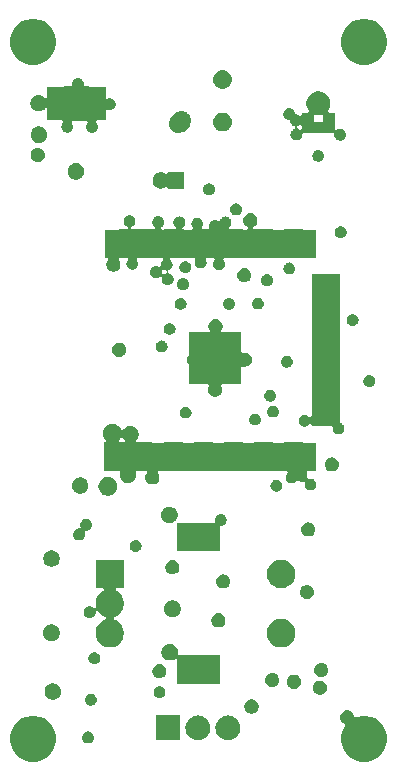
<source format=gbr>
G04 #@! TF.GenerationSoftware,KiCad,Pcbnew,5.1.4-e60b266~84~ubuntu19.04.1*
G04 #@! TF.CreationDate,2019-10-11T08:42:40-05:00*
G04 #@! TF.ProjectId,led-controller,6c65642d-636f-46e7-9472-6f6c6c65722e,rev?*
G04 #@! TF.SameCoordinates,Original*
G04 #@! TF.FileFunction,Soldermask,Top*
G04 #@! TF.FilePolarity,Negative*
%FSLAX46Y46*%
G04 Gerber Fmt 4.6, Leading zero omitted, Abs format (unit mm)*
G04 Created by KiCad (PCBNEW 5.1.4-e60b266~84~ubuntu19.04.1) date 2019-10-11 08:42:40*
%MOMM*%
%LPD*%
G04 APERTURE LIST*
%ADD10C,0.100000*%
G04 APERTURE END LIST*
D10*
G36*
X159275013Y-113523057D02*
G01*
X159384206Y-113568286D01*
X159482477Y-113633949D01*
X159566051Y-113717523D01*
X159631714Y-113815794D01*
X159676943Y-113924987D01*
X159692748Y-114004444D01*
X159699861Y-114027892D01*
X159711412Y-114049503D01*
X159726958Y-114068445D01*
X159745900Y-114083990D01*
X159767510Y-114095541D01*
X159790959Y-114102654D01*
X159815345Y-114105056D01*
X159839732Y-114102654D01*
X159863180Y-114095541D01*
X159961207Y-114054937D01*
X160337940Y-113980000D01*
X160722060Y-113980000D01*
X161098793Y-114054937D01*
X161453670Y-114201932D01*
X161773052Y-114415336D01*
X162044664Y-114686948D01*
X162258068Y-115006330D01*
X162405063Y-115361207D01*
X162480000Y-115737940D01*
X162480000Y-116122060D01*
X162405063Y-116498793D01*
X162258068Y-116853670D01*
X162044664Y-117173052D01*
X161773052Y-117444664D01*
X161453670Y-117658068D01*
X161098793Y-117805063D01*
X160722060Y-117880000D01*
X160337940Y-117880000D01*
X159961207Y-117805063D01*
X159606330Y-117658068D01*
X159286948Y-117444664D01*
X159015336Y-117173052D01*
X158801932Y-116853670D01*
X158654937Y-116498793D01*
X158580000Y-116122060D01*
X158580000Y-115737940D01*
X158654937Y-115361207D01*
X158801932Y-115006330D01*
X158916367Y-114835066D01*
X158927918Y-114813455D01*
X158935031Y-114790006D01*
X158937433Y-114765620D01*
X158935031Y-114741234D01*
X158927918Y-114717785D01*
X158916367Y-114696174D01*
X158900822Y-114677232D01*
X158881880Y-114661687D01*
X158860269Y-114650136D01*
X158815795Y-114631714D01*
X158815794Y-114631714D01*
X158815793Y-114631713D01*
X158717522Y-114566050D01*
X158633950Y-114482478D01*
X158593038Y-114421250D01*
X158568286Y-114384206D01*
X158523057Y-114275013D01*
X158500000Y-114159096D01*
X158500000Y-114040904D01*
X158523057Y-113924987D01*
X158568286Y-113815794D01*
X158633949Y-113717523D01*
X158717523Y-113633949D01*
X158815794Y-113568286D01*
X158924987Y-113523057D01*
X159040904Y-113500000D01*
X159159096Y-113500000D01*
X159275013Y-113523057D01*
X159275013Y-113523057D01*
G37*
G36*
X133078793Y-114054937D02*
G01*
X133433670Y-114201932D01*
X133753052Y-114415336D01*
X134024664Y-114686948D01*
X134238068Y-115006330D01*
X134385063Y-115361207D01*
X134460000Y-115737940D01*
X134460000Y-116122060D01*
X134385063Y-116498793D01*
X134238068Y-116853670D01*
X134024664Y-117173052D01*
X133753052Y-117444664D01*
X133433670Y-117658068D01*
X133078793Y-117805063D01*
X132702060Y-117880000D01*
X132317940Y-117880000D01*
X131941207Y-117805063D01*
X131586330Y-117658068D01*
X131266948Y-117444664D01*
X130995336Y-117173052D01*
X130781932Y-116853670D01*
X130634937Y-116498793D01*
X130560000Y-116122060D01*
X130560000Y-115737940D01*
X130634937Y-115361207D01*
X130781932Y-115006330D01*
X130995336Y-114686948D01*
X131266948Y-114415336D01*
X131586330Y-114201932D01*
X131941207Y-114054937D01*
X132317940Y-113980000D01*
X132702060Y-113980000D01*
X133078793Y-114054937D01*
X133078793Y-114054937D01*
G37*
G36*
X137305843Y-115329214D02*
G01*
X137396837Y-115366905D01*
X137396839Y-115366906D01*
X137438063Y-115394451D01*
X137478730Y-115421624D01*
X137548376Y-115491270D01*
X137603095Y-115573163D01*
X137640786Y-115664157D01*
X137660000Y-115760753D01*
X137660000Y-115859247D01*
X137640786Y-115955843D01*
X137603095Y-116046837D01*
X137552833Y-116122060D01*
X137548375Y-116128731D01*
X137478731Y-116198375D01*
X137396839Y-116253094D01*
X137396838Y-116253095D01*
X137396837Y-116253095D01*
X137305843Y-116290786D01*
X137209247Y-116310000D01*
X137110753Y-116310000D01*
X137014157Y-116290786D01*
X136923163Y-116253095D01*
X136923162Y-116253095D01*
X136923161Y-116253094D01*
X136841269Y-116198375D01*
X136771625Y-116128731D01*
X136767168Y-116122060D01*
X136716905Y-116046837D01*
X136679214Y-115955843D01*
X136660000Y-115859247D01*
X136660000Y-115760753D01*
X136679214Y-115664157D01*
X136716905Y-115573163D01*
X136771624Y-115491270D01*
X136841270Y-115421624D01*
X136881937Y-115394451D01*
X136923161Y-115366906D01*
X136923163Y-115366905D01*
X137014157Y-115329214D01*
X137110753Y-115310000D01*
X137209247Y-115310000D01*
X137305843Y-115329214D01*
X137305843Y-115329214D01*
G37*
G36*
X149137367Y-113965016D02*
G01*
X149214496Y-113972613D01*
X149396727Y-114027892D01*
X149412425Y-114032654D01*
X149594830Y-114130152D01*
X149754715Y-114261365D01*
X149885928Y-114421250D01*
X149983426Y-114603655D01*
X149983427Y-114603658D01*
X150043467Y-114801584D01*
X150063740Y-115007420D01*
X150043467Y-115213256D01*
X149996858Y-115366905D01*
X149983426Y-115411185D01*
X149885928Y-115593590D01*
X149754715Y-115753475D01*
X149594830Y-115884688D01*
X149412425Y-115982186D01*
X149412422Y-115982187D01*
X149214496Y-116042227D01*
X149167669Y-116046839D01*
X149060240Y-116057420D01*
X148957080Y-116057420D01*
X148849651Y-116046839D01*
X148802824Y-116042227D01*
X148604898Y-115982187D01*
X148604895Y-115982186D01*
X148422490Y-115884688D01*
X148262605Y-115753475D01*
X148131392Y-115593590D01*
X148033894Y-115411185D01*
X148020462Y-115366905D01*
X147973853Y-115213256D01*
X147953580Y-115007420D01*
X147973853Y-114801584D01*
X148033893Y-114603658D01*
X148033894Y-114603655D01*
X148131392Y-114421250D01*
X148262605Y-114261365D01*
X148422490Y-114130152D01*
X148604895Y-114032654D01*
X148620593Y-114027892D01*
X148802824Y-113972613D01*
X148879953Y-113965016D01*
X148957080Y-113957420D01*
X149060240Y-113957420D01*
X149137367Y-113965016D01*
X149137367Y-113965016D01*
G37*
G36*
X146597367Y-113965016D02*
G01*
X146674496Y-113972613D01*
X146856727Y-114027892D01*
X146872425Y-114032654D01*
X147054830Y-114130152D01*
X147214715Y-114261365D01*
X147345928Y-114421250D01*
X147443426Y-114603655D01*
X147443427Y-114603658D01*
X147503467Y-114801584D01*
X147523740Y-115007420D01*
X147503467Y-115213256D01*
X147456858Y-115366905D01*
X147443426Y-115411185D01*
X147345928Y-115593590D01*
X147214715Y-115753475D01*
X147054830Y-115884688D01*
X146872425Y-115982186D01*
X146872422Y-115982187D01*
X146674496Y-116042227D01*
X146627669Y-116046839D01*
X146520240Y-116057420D01*
X146417080Y-116057420D01*
X146309651Y-116046839D01*
X146262824Y-116042227D01*
X146064898Y-115982187D01*
X146064895Y-115982186D01*
X145882490Y-115884688D01*
X145722605Y-115753475D01*
X145591392Y-115593590D01*
X145493894Y-115411185D01*
X145480462Y-115366905D01*
X145433853Y-115213256D01*
X145413580Y-115007420D01*
X145433853Y-114801584D01*
X145493893Y-114603658D01*
X145493894Y-114603655D01*
X145591392Y-114421250D01*
X145722605Y-114261365D01*
X145882490Y-114130152D01*
X146064895Y-114032654D01*
X146080593Y-114027892D01*
X146262824Y-113972613D01*
X146339953Y-113965016D01*
X146417080Y-113957420D01*
X146520240Y-113957420D01*
X146597367Y-113965016D01*
X146597367Y-113965016D01*
G37*
G36*
X144978660Y-116057420D02*
G01*
X142878660Y-116057420D01*
X142878660Y-113957420D01*
X144978660Y-113957420D01*
X144978660Y-116057420D01*
X144978660Y-116057420D01*
G37*
G36*
X151175013Y-112623057D02*
G01*
X151284206Y-112668286D01*
X151382477Y-112733949D01*
X151466051Y-112817523D01*
X151531714Y-112915794D01*
X151576943Y-113024987D01*
X151600000Y-113140904D01*
X151600000Y-113259096D01*
X151576943Y-113375013D01*
X151531714Y-113484206D01*
X151466051Y-113582477D01*
X151382477Y-113666051D01*
X151284206Y-113731714D01*
X151175013Y-113776943D01*
X151059096Y-113800000D01*
X150940904Y-113800000D01*
X150824987Y-113776943D01*
X150715794Y-113731714D01*
X150617523Y-113666051D01*
X150533949Y-113582477D01*
X150468286Y-113484206D01*
X150423057Y-113375013D01*
X150400000Y-113259096D01*
X150400000Y-113140904D01*
X150423057Y-113024987D01*
X150468286Y-112915794D01*
X150533949Y-112817523D01*
X150617523Y-112733949D01*
X150715794Y-112668286D01*
X150824987Y-112623057D01*
X150940904Y-112600000D01*
X151059096Y-112600000D01*
X151175013Y-112623057D01*
X151175013Y-112623057D01*
G37*
G36*
X137545843Y-112139214D02*
G01*
X137545846Y-112139215D01*
X137545845Y-112139215D01*
X137636839Y-112176906D01*
X137636894Y-112176943D01*
X137718730Y-112231624D01*
X137788376Y-112301270D01*
X137843095Y-112383163D01*
X137880786Y-112474157D01*
X137900000Y-112570753D01*
X137900000Y-112669247D01*
X137880786Y-112765843D01*
X137880785Y-112765845D01*
X137843094Y-112856839D01*
X137788375Y-112938731D01*
X137718731Y-113008375D01*
X137636839Y-113063094D01*
X137636838Y-113063095D01*
X137636837Y-113063095D01*
X137545843Y-113100786D01*
X137449247Y-113120000D01*
X137350753Y-113120000D01*
X137254157Y-113100786D01*
X137163163Y-113063095D01*
X137163162Y-113063095D01*
X137163161Y-113063094D01*
X137081269Y-113008375D01*
X137011625Y-112938731D01*
X136956906Y-112856839D01*
X136919215Y-112765845D01*
X136919214Y-112765843D01*
X136900000Y-112669247D01*
X136900000Y-112570753D01*
X136919214Y-112474157D01*
X136956905Y-112383163D01*
X137011624Y-112301270D01*
X137081270Y-112231624D01*
X137163106Y-112176943D01*
X137163161Y-112176906D01*
X137254155Y-112139215D01*
X137254154Y-112139215D01*
X137254157Y-112139214D01*
X137350753Y-112120000D01*
X137449247Y-112120000D01*
X137545843Y-112139214D01*
X137545843Y-112139214D01*
G37*
G36*
X134384182Y-111256900D02*
G01*
X134511573Y-111309667D01*
X134544079Y-111331387D01*
X134626224Y-111386274D01*
X134723726Y-111483776D01*
X134727360Y-111489215D01*
X134800333Y-111598427D01*
X134853100Y-111725818D01*
X134880000Y-111861055D01*
X134880000Y-111998945D01*
X134853100Y-112134182D01*
X134800333Y-112261573D01*
X134773809Y-112301269D01*
X134723726Y-112376224D01*
X134626224Y-112473726D01*
X134568510Y-112512289D01*
X134511573Y-112550333D01*
X134384182Y-112603100D01*
X134248945Y-112630000D01*
X134111055Y-112630000D01*
X133975818Y-112603100D01*
X133848427Y-112550333D01*
X133791490Y-112512289D01*
X133733776Y-112473726D01*
X133636274Y-112376224D01*
X133586191Y-112301269D01*
X133559667Y-112261573D01*
X133506900Y-112134182D01*
X133480000Y-111998945D01*
X133480000Y-111861055D01*
X133506900Y-111725818D01*
X133559667Y-111598427D01*
X133632640Y-111489215D01*
X133636274Y-111483776D01*
X133733776Y-111386274D01*
X133815921Y-111331387D01*
X133848427Y-111309667D01*
X133975818Y-111256900D01*
X134111055Y-111230000D01*
X134248945Y-111230000D01*
X134384182Y-111256900D01*
X134384182Y-111256900D01*
G37*
G36*
X143355843Y-111489214D02*
G01*
X143444297Y-111525853D01*
X143446839Y-111526906D01*
X143528731Y-111581625D01*
X143598375Y-111651269D01*
X143648188Y-111725818D01*
X143653095Y-111733163D01*
X143690786Y-111824157D01*
X143710000Y-111920753D01*
X143710000Y-112019247D01*
X143690786Y-112115843D01*
X143653095Y-112206837D01*
X143598376Y-112288730D01*
X143528730Y-112358376D01*
X143488063Y-112385549D01*
X143446839Y-112413094D01*
X143446838Y-112413095D01*
X143446837Y-112413095D01*
X143355843Y-112450786D01*
X143259247Y-112470000D01*
X143160753Y-112470000D01*
X143064157Y-112450786D01*
X142973163Y-112413095D01*
X142973162Y-112413095D01*
X142973161Y-112413094D01*
X142931937Y-112385549D01*
X142891270Y-112358376D01*
X142821624Y-112288730D01*
X142766905Y-112206837D01*
X142729214Y-112115843D01*
X142710000Y-112019247D01*
X142710000Y-111920753D01*
X142729214Y-111824157D01*
X142766905Y-111733163D01*
X142771813Y-111725818D01*
X142821625Y-111651269D01*
X142891269Y-111581625D01*
X142973161Y-111526906D01*
X142975703Y-111525853D01*
X143064157Y-111489214D01*
X143160753Y-111470000D01*
X143259247Y-111470000D01*
X143355843Y-111489214D01*
X143355843Y-111489214D01*
G37*
G36*
X156975013Y-111023057D02*
G01*
X157084206Y-111068286D01*
X157182477Y-111133949D01*
X157266051Y-111217523D01*
X157331714Y-111315794D01*
X157376943Y-111424987D01*
X157400000Y-111540904D01*
X157400000Y-111659096D01*
X157376943Y-111775013D01*
X157331714Y-111884206D01*
X157266051Y-111982477D01*
X157182477Y-112066051D01*
X157084206Y-112131714D01*
X156975013Y-112176943D01*
X156859096Y-112200000D01*
X156740904Y-112200000D01*
X156624987Y-112176943D01*
X156515794Y-112131714D01*
X156417523Y-112066051D01*
X156333949Y-111982477D01*
X156268286Y-111884206D01*
X156223057Y-111775013D01*
X156200000Y-111659096D01*
X156200000Y-111540904D01*
X156223057Y-111424987D01*
X156268286Y-111315794D01*
X156333949Y-111217523D01*
X156417523Y-111133949D01*
X156515794Y-111068286D01*
X156624987Y-111023057D01*
X156740904Y-111000000D01*
X156859096Y-111000000D01*
X156975013Y-111023057D01*
X156975013Y-111023057D01*
G37*
G36*
X154775013Y-110523057D02*
G01*
X154884206Y-110568286D01*
X154982477Y-110633949D01*
X155066051Y-110717523D01*
X155131714Y-110815794D01*
X155176943Y-110924987D01*
X155200000Y-111040904D01*
X155200000Y-111159096D01*
X155176943Y-111275013D01*
X155131714Y-111384206D01*
X155066051Y-111482477D01*
X154982477Y-111566051D01*
X154884206Y-111631714D01*
X154775013Y-111676943D01*
X154659096Y-111700000D01*
X154540904Y-111700000D01*
X154424987Y-111676943D01*
X154315794Y-111631714D01*
X154217523Y-111566051D01*
X154133949Y-111482477D01*
X154068286Y-111384206D01*
X154023057Y-111275013D01*
X154000000Y-111159096D01*
X154000000Y-111040904D01*
X154023057Y-110924987D01*
X154068286Y-110815794D01*
X154133949Y-110717523D01*
X154217523Y-110633949D01*
X154315794Y-110568286D01*
X154424987Y-110523057D01*
X154540904Y-110500000D01*
X154659096Y-110500000D01*
X154775013Y-110523057D01*
X154775013Y-110523057D01*
G37*
G36*
X152926103Y-110371967D02*
G01*
X153035296Y-110417196D01*
X153133567Y-110482859D01*
X153217141Y-110566433D01*
X153282804Y-110664704D01*
X153328033Y-110773897D01*
X153351090Y-110889814D01*
X153351090Y-111008006D01*
X153328033Y-111123923D01*
X153282804Y-111233116D01*
X153217141Y-111331387D01*
X153133567Y-111414961D01*
X153035296Y-111480624D01*
X152926103Y-111525853D01*
X152810186Y-111548910D01*
X152691994Y-111548910D01*
X152576077Y-111525853D01*
X152466884Y-111480624D01*
X152368613Y-111414961D01*
X152285039Y-111331387D01*
X152219376Y-111233116D01*
X152174147Y-111123923D01*
X152151090Y-111008006D01*
X152151090Y-110889814D01*
X152174147Y-110773897D01*
X152219376Y-110664704D01*
X152285039Y-110566433D01*
X152368613Y-110482859D01*
X152466884Y-110417196D01*
X152576077Y-110371967D01*
X152691994Y-110348910D01*
X152810186Y-110348910D01*
X152926103Y-110371967D01*
X152926103Y-110371967D01*
G37*
G36*
X144274182Y-107926900D02*
G01*
X144401573Y-107979667D01*
X144401574Y-107979668D01*
X144516224Y-108056274D01*
X144613726Y-108153776D01*
X144613727Y-108153778D01*
X144690333Y-108268427D01*
X144743100Y-108395818D01*
X144770000Y-108531055D01*
X144770000Y-108668946D01*
X144759082Y-108723836D01*
X144756680Y-108748222D01*
X144759082Y-108772608D01*
X144766195Y-108796057D01*
X144777746Y-108817667D01*
X144793292Y-108836609D01*
X144812234Y-108852154D01*
X144833845Y-108863705D01*
X144857294Y-108870818D01*
X144881679Y-108873220D01*
X148307960Y-108873220D01*
X148307960Y-111273220D01*
X144707960Y-111273220D01*
X144707960Y-109249469D01*
X144705558Y-109225083D01*
X144698445Y-109201634D01*
X144686894Y-109180023D01*
X144671349Y-109161081D01*
X144652407Y-109145536D01*
X144630796Y-109133985D01*
X144607347Y-109126872D01*
X144582961Y-109124470D01*
X144558575Y-109126872D01*
X144535126Y-109133985D01*
X144513515Y-109145536D01*
X144401574Y-109220333D01*
X144274182Y-109273100D01*
X144138945Y-109300000D01*
X144001055Y-109300000D01*
X143865818Y-109273100D01*
X143738427Y-109220333D01*
X143632039Y-109149247D01*
X143623776Y-109143726D01*
X143526274Y-109046224D01*
X143449668Y-108931574D01*
X143449667Y-108931573D01*
X143396900Y-108804182D01*
X143370000Y-108668945D01*
X143370000Y-108531055D01*
X143396900Y-108395818D01*
X143449667Y-108268427D01*
X143526273Y-108153778D01*
X143526274Y-108153776D01*
X143623776Y-108056274D01*
X143738426Y-107979668D01*
X143738427Y-107979667D01*
X143865818Y-107926900D01*
X144001055Y-107900000D01*
X144138945Y-107900000D01*
X144274182Y-107926900D01*
X144274182Y-107926900D01*
G37*
G36*
X143375013Y-109623057D02*
G01*
X143484206Y-109668286D01*
X143582477Y-109733949D01*
X143666051Y-109817523D01*
X143731714Y-109915794D01*
X143776943Y-110024987D01*
X143800000Y-110140904D01*
X143800000Y-110259096D01*
X143776943Y-110375013D01*
X143731714Y-110484206D01*
X143666051Y-110582477D01*
X143582477Y-110666051D01*
X143484206Y-110731714D01*
X143375013Y-110776943D01*
X143259096Y-110800000D01*
X143140904Y-110800000D01*
X143024987Y-110776943D01*
X142915794Y-110731714D01*
X142817523Y-110666051D01*
X142733949Y-110582477D01*
X142668286Y-110484206D01*
X142623057Y-110375013D01*
X142600000Y-110259096D01*
X142600000Y-110140904D01*
X142623057Y-110024987D01*
X142668286Y-109915794D01*
X142733949Y-109817523D01*
X142817523Y-109733949D01*
X142915794Y-109668286D01*
X143024987Y-109623057D01*
X143140904Y-109600000D01*
X143259096Y-109600000D01*
X143375013Y-109623057D01*
X143375013Y-109623057D01*
G37*
G36*
X157075013Y-109523057D02*
G01*
X157184206Y-109568286D01*
X157282477Y-109633949D01*
X157366051Y-109717523D01*
X157431714Y-109815794D01*
X157476943Y-109924987D01*
X157500000Y-110040904D01*
X157500000Y-110159096D01*
X157476943Y-110275013D01*
X157431714Y-110384206D01*
X157366051Y-110482477D01*
X157282477Y-110566051D01*
X157184206Y-110631714D01*
X157075013Y-110676943D01*
X156959096Y-110700000D01*
X156840904Y-110700000D01*
X156724987Y-110676943D01*
X156615794Y-110631714D01*
X156517523Y-110566051D01*
X156433949Y-110482477D01*
X156368286Y-110384206D01*
X156323057Y-110275013D01*
X156300000Y-110159096D01*
X156300000Y-110040904D01*
X156323057Y-109924987D01*
X156368286Y-109815794D01*
X156433949Y-109717523D01*
X156517523Y-109633949D01*
X156615794Y-109568286D01*
X156724987Y-109523057D01*
X156840904Y-109500000D01*
X156959096Y-109500000D01*
X157075013Y-109523057D01*
X157075013Y-109523057D01*
G37*
G36*
X137845843Y-108619214D02*
G01*
X137845846Y-108619215D01*
X137845845Y-108619215D01*
X137936839Y-108656906D01*
X137954855Y-108668944D01*
X138018730Y-108711624D01*
X138088376Y-108781270D01*
X138143095Y-108863163D01*
X138180786Y-108954157D01*
X138200000Y-109050753D01*
X138200000Y-109149247D01*
X138180786Y-109245843D01*
X138180785Y-109245845D01*
X138143094Y-109336839D01*
X138088375Y-109418731D01*
X138018731Y-109488375D01*
X137936839Y-109543094D01*
X137936838Y-109543095D01*
X137936837Y-109543095D01*
X137845843Y-109580786D01*
X137749247Y-109600000D01*
X137650753Y-109600000D01*
X137554157Y-109580786D01*
X137463163Y-109543095D01*
X137463162Y-109543095D01*
X137463161Y-109543094D01*
X137381269Y-109488375D01*
X137311625Y-109418731D01*
X137256906Y-109336839D01*
X137219215Y-109245845D01*
X137219214Y-109245843D01*
X137200000Y-109149247D01*
X137200000Y-109050753D01*
X137219214Y-108954157D01*
X137256905Y-108863163D01*
X137311624Y-108781270D01*
X137381270Y-108711624D01*
X137445145Y-108668944D01*
X137463161Y-108656906D01*
X137554155Y-108619215D01*
X137554154Y-108619215D01*
X137554157Y-108619214D01*
X137650753Y-108600000D01*
X137749247Y-108600000D01*
X137845843Y-108619214D01*
X137845843Y-108619214D01*
G37*
G36*
X140207960Y-103173220D02*
G01*
X139633646Y-103173220D01*
X139609260Y-103175622D01*
X139585811Y-103182735D01*
X139564200Y-103194286D01*
X139545258Y-103209831D01*
X139529713Y-103228773D01*
X139518162Y-103250384D01*
X139511049Y-103273833D01*
X139508647Y-103298219D01*
X139511049Y-103322605D01*
X139518162Y-103346054D01*
X139529713Y-103367665D01*
X139545258Y-103386607D01*
X139564200Y-103402152D01*
X139567878Y-103404118D01*
X139576372Y-103409794D01*
X139576373Y-103409794D01*
X139772915Y-103541119D01*
X139940061Y-103708265D01*
X140056466Y-103882477D01*
X140071387Y-103904809D01*
X140161845Y-104123194D01*
X140207960Y-104355029D01*
X140207960Y-104591411D01*
X140161845Y-104823246D01*
X140103890Y-104963161D01*
X140071386Y-105041633D01*
X139940061Y-105238175D01*
X139772915Y-105405321D01*
X139576373Y-105536646D01*
X139576372Y-105536647D01*
X139576371Y-105536647D01*
X139404747Y-105607736D01*
X139383136Y-105619287D01*
X139364194Y-105634832D01*
X139348649Y-105653774D01*
X139337098Y-105675385D01*
X139329985Y-105698834D01*
X139327583Y-105723220D01*
X139329985Y-105747606D01*
X139337098Y-105771055D01*
X139348649Y-105792666D01*
X139364194Y-105811608D01*
X139383136Y-105827153D01*
X139404747Y-105838704D01*
X139576371Y-105909793D01*
X139576373Y-105909794D01*
X139772915Y-106041119D01*
X139940061Y-106208265D01*
X140071387Y-106404809D01*
X140161845Y-106623194D01*
X140207960Y-106855029D01*
X140207960Y-107091411D01*
X140161845Y-107323246D01*
X140091230Y-107493726D01*
X140071386Y-107541633D01*
X139940061Y-107738175D01*
X139772915Y-107905321D01*
X139576373Y-108036646D01*
X139576372Y-108036647D01*
X139576371Y-108036647D01*
X139357986Y-108127105D01*
X139126151Y-108173220D01*
X138889769Y-108173220D01*
X138657934Y-108127105D01*
X138439549Y-108036647D01*
X138439548Y-108036647D01*
X138439547Y-108036646D01*
X138243005Y-107905321D01*
X138075859Y-107738175D01*
X137944534Y-107541633D01*
X137924690Y-107493726D01*
X137854075Y-107323246D01*
X137807960Y-107091411D01*
X137807960Y-106855029D01*
X137854075Y-106623194D01*
X137944533Y-106404809D01*
X138075859Y-106208265D01*
X138243005Y-106041119D01*
X138439547Y-105909794D01*
X138439549Y-105909793D01*
X138611173Y-105838704D01*
X138632784Y-105827153D01*
X138651726Y-105811608D01*
X138667271Y-105792666D01*
X138678822Y-105771055D01*
X138685935Y-105747606D01*
X138688337Y-105723220D01*
X138685935Y-105698834D01*
X138678822Y-105675385D01*
X138667271Y-105653774D01*
X138651726Y-105634832D01*
X138632784Y-105619287D01*
X138611173Y-105607736D01*
X138439549Y-105536647D01*
X138439548Y-105536647D01*
X138439547Y-105536646D01*
X138243005Y-105405321D01*
X138075859Y-105238175D01*
X138028932Y-105167944D01*
X138013387Y-105149002D01*
X137994445Y-105133457D01*
X137972834Y-105121906D01*
X137949385Y-105114793D01*
X137924999Y-105112391D01*
X137900613Y-105114793D01*
X137877164Y-105121906D01*
X137855553Y-105133457D01*
X137836611Y-105149002D01*
X137821066Y-105167944D01*
X137809515Y-105189555D01*
X137802402Y-105213004D01*
X137800000Y-105237390D01*
X137800000Y-105249247D01*
X137780786Y-105345843D01*
X137743095Y-105436837D01*
X137688376Y-105518730D01*
X137618730Y-105588376D01*
X137578063Y-105615549D01*
X137536839Y-105643094D01*
X137536838Y-105643095D01*
X137536837Y-105643095D01*
X137445843Y-105680786D01*
X137349247Y-105700000D01*
X137250753Y-105700000D01*
X137154157Y-105680786D01*
X137063163Y-105643095D01*
X137063162Y-105643095D01*
X137063161Y-105643094D01*
X137021937Y-105615549D01*
X136981270Y-105588376D01*
X136911624Y-105518730D01*
X136856905Y-105436837D01*
X136819214Y-105345843D01*
X136800000Y-105249247D01*
X136800000Y-105150753D01*
X136819214Y-105054157D01*
X136856905Y-104963163D01*
X136911624Y-104881270D01*
X136981270Y-104811624D01*
X137042679Y-104770592D01*
X137063161Y-104756906D01*
X137086731Y-104747143D01*
X137154157Y-104719214D01*
X137250753Y-104700000D01*
X137349247Y-104700000D01*
X137445843Y-104719214D01*
X137513269Y-104747143D01*
X137536839Y-104756906D01*
X137557321Y-104770592D01*
X137619294Y-104812001D01*
X137637193Y-104826690D01*
X137658804Y-104838241D01*
X137682253Y-104845354D01*
X137706639Y-104847756D01*
X137731025Y-104845354D01*
X137754474Y-104838241D01*
X137776085Y-104826690D01*
X137795027Y-104811145D01*
X137810572Y-104792203D01*
X137822123Y-104770592D01*
X137829236Y-104747143D01*
X137831638Y-104722757D01*
X137829236Y-104698371D01*
X137807960Y-104591411D01*
X137807960Y-104355029D01*
X137854075Y-104123194D01*
X137944533Y-103904809D01*
X137959455Y-103882477D01*
X138075859Y-103708265D01*
X138243005Y-103541119D01*
X138439547Y-103409794D01*
X138439548Y-103409794D01*
X138448048Y-103404114D01*
X138451724Y-103402149D01*
X138470665Y-103386603D01*
X138486209Y-103367661D01*
X138497760Y-103346050D01*
X138504872Y-103322601D01*
X138507273Y-103298214D01*
X138504870Y-103273828D01*
X138497756Y-103250380D01*
X138486204Y-103228769D01*
X138470658Y-103209828D01*
X138451716Y-103194284D01*
X138430105Y-103182733D01*
X138406656Y-103175621D01*
X138382274Y-103173220D01*
X137807960Y-103173220D01*
X137807960Y-100773220D01*
X140207960Y-100773220D01*
X140207960Y-103173220D01*
X140207960Y-103173220D01*
G37*
G36*
X153857986Y-105819335D02*
G01*
X154076371Y-105909793D01*
X154076373Y-105909794D01*
X154272915Y-106041119D01*
X154440061Y-106208265D01*
X154571387Y-106404809D01*
X154661845Y-106623194D01*
X154707960Y-106855029D01*
X154707960Y-107091411D01*
X154661845Y-107323246D01*
X154591230Y-107493726D01*
X154571386Y-107541633D01*
X154440061Y-107738175D01*
X154272915Y-107905321D01*
X154076373Y-108036646D01*
X154076372Y-108036647D01*
X154076371Y-108036647D01*
X153857986Y-108127105D01*
X153626151Y-108173220D01*
X153389769Y-108173220D01*
X153157934Y-108127105D01*
X152939549Y-108036647D01*
X152939548Y-108036647D01*
X152939547Y-108036646D01*
X152743005Y-107905321D01*
X152575859Y-107738175D01*
X152444534Y-107541633D01*
X152424690Y-107493726D01*
X152354075Y-107323246D01*
X152307960Y-107091411D01*
X152307960Y-106855029D01*
X152354075Y-106623194D01*
X152444533Y-106404809D01*
X152575859Y-106208265D01*
X152743005Y-106041119D01*
X152939547Y-105909794D01*
X152939549Y-105909793D01*
X153157934Y-105819335D01*
X153389769Y-105773220D01*
X153626151Y-105773220D01*
X153857986Y-105819335D01*
X153857986Y-105819335D01*
G37*
G36*
X134254182Y-106276900D02*
G01*
X134381573Y-106329667D01*
X134438510Y-106367711D01*
X134496224Y-106406274D01*
X134593726Y-106503776D01*
X134593727Y-106503778D01*
X134670333Y-106618427D01*
X134723100Y-106745818D01*
X134750000Y-106881055D01*
X134750000Y-107018945D01*
X134723100Y-107154182D01*
X134670333Y-107281573D01*
X134670332Y-107281574D01*
X134593726Y-107396224D01*
X134496224Y-107493726D01*
X134438510Y-107532289D01*
X134381573Y-107570333D01*
X134254182Y-107623100D01*
X134118945Y-107650000D01*
X133981055Y-107650000D01*
X133845818Y-107623100D01*
X133718427Y-107570333D01*
X133661490Y-107532289D01*
X133603776Y-107493726D01*
X133506274Y-107396224D01*
X133429668Y-107281574D01*
X133429667Y-107281573D01*
X133376900Y-107154182D01*
X133350000Y-107018945D01*
X133350000Y-106881055D01*
X133376900Y-106745818D01*
X133429667Y-106618427D01*
X133506273Y-106503778D01*
X133506274Y-106503776D01*
X133603776Y-106406274D01*
X133661490Y-106367711D01*
X133718427Y-106329667D01*
X133845818Y-106276900D01*
X133981055Y-106250000D01*
X134118945Y-106250000D01*
X134254182Y-106276900D01*
X134254182Y-106276900D01*
G37*
G36*
X148375013Y-105323057D02*
G01*
X148484206Y-105368286D01*
X148582477Y-105433949D01*
X148666051Y-105517523D01*
X148731714Y-105615794D01*
X148776943Y-105724987D01*
X148800000Y-105840904D01*
X148800000Y-105959096D01*
X148776943Y-106075013D01*
X148731714Y-106184206D01*
X148666051Y-106282477D01*
X148582477Y-106366051D01*
X148484206Y-106431714D01*
X148375013Y-106476943D01*
X148259096Y-106500000D01*
X148140904Y-106500000D01*
X148024987Y-106476943D01*
X147915794Y-106431714D01*
X147817523Y-106366051D01*
X147733949Y-106282477D01*
X147668286Y-106184206D01*
X147623057Y-106075013D01*
X147600000Y-105959096D01*
X147600000Y-105840904D01*
X147623057Y-105724987D01*
X147668286Y-105615794D01*
X147733949Y-105517523D01*
X147817523Y-105433949D01*
X147915794Y-105368286D01*
X148024987Y-105323057D01*
X148140904Y-105300000D01*
X148259096Y-105300000D01*
X148375013Y-105323057D01*
X148375013Y-105323057D01*
G37*
G36*
X144502842Y-104244320D02*
G01*
X144630233Y-104297087D01*
X144630234Y-104297088D01*
X144744884Y-104373694D01*
X144842386Y-104471196D01*
X144842387Y-104471198D01*
X144918993Y-104585847D01*
X144971760Y-104713238D01*
X144998660Y-104848475D01*
X144998660Y-104986365D01*
X144971760Y-105121602D01*
X144918993Y-105248993D01*
X144918992Y-105248994D01*
X144842386Y-105363644D01*
X144744884Y-105461146D01*
X144687170Y-105499709D01*
X144630233Y-105537753D01*
X144502842Y-105590520D01*
X144367605Y-105617420D01*
X144229715Y-105617420D01*
X144094478Y-105590520D01*
X143967087Y-105537753D01*
X143910150Y-105499709D01*
X143852436Y-105461146D01*
X143754934Y-105363644D01*
X143678328Y-105248994D01*
X143678327Y-105248993D01*
X143625560Y-105121602D01*
X143598660Y-104986365D01*
X143598660Y-104848475D01*
X143625560Y-104713238D01*
X143678327Y-104585847D01*
X143754933Y-104471198D01*
X143754934Y-104471196D01*
X143852436Y-104373694D01*
X143967086Y-104297088D01*
X143967087Y-104297087D01*
X144094478Y-104244320D01*
X144229715Y-104217420D01*
X144367605Y-104217420D01*
X144502842Y-104244320D01*
X144502842Y-104244320D01*
G37*
G36*
X155875013Y-102923057D02*
G01*
X155984206Y-102968286D01*
X156082477Y-103033949D01*
X156166051Y-103117523D01*
X156231714Y-103215794D01*
X156276943Y-103324987D01*
X156300000Y-103440904D01*
X156300000Y-103559096D01*
X156276943Y-103675013D01*
X156231714Y-103784206D01*
X156166051Y-103882477D01*
X156082477Y-103966051D01*
X155984206Y-104031714D01*
X155875013Y-104076943D01*
X155759096Y-104100000D01*
X155640904Y-104100000D01*
X155524987Y-104076943D01*
X155415794Y-104031714D01*
X155317523Y-103966051D01*
X155233949Y-103882477D01*
X155168286Y-103784206D01*
X155123057Y-103675013D01*
X155100000Y-103559096D01*
X155100000Y-103440904D01*
X155123057Y-103324987D01*
X155168286Y-103215794D01*
X155233949Y-103117523D01*
X155317523Y-103033949D01*
X155415794Y-102968286D01*
X155524987Y-102923057D01*
X155640904Y-102900000D01*
X155759096Y-102900000D01*
X155875013Y-102923057D01*
X155875013Y-102923057D01*
G37*
G36*
X148775013Y-102023057D02*
G01*
X148884206Y-102068286D01*
X148982477Y-102133949D01*
X149066051Y-102217523D01*
X149131714Y-102315794D01*
X149176943Y-102424987D01*
X149200000Y-102540904D01*
X149200000Y-102659096D01*
X149176943Y-102775013D01*
X149131714Y-102884206D01*
X149066051Y-102982477D01*
X148982477Y-103066051D01*
X148884206Y-103131714D01*
X148775013Y-103176943D01*
X148659096Y-103200000D01*
X148540904Y-103200000D01*
X148424987Y-103176943D01*
X148315794Y-103131714D01*
X148217523Y-103066051D01*
X148133949Y-102982477D01*
X148068286Y-102884206D01*
X148023057Y-102775013D01*
X148000000Y-102659096D01*
X148000000Y-102540904D01*
X148023057Y-102424987D01*
X148068286Y-102315794D01*
X148133949Y-102217523D01*
X148217523Y-102133949D01*
X148315794Y-102068286D01*
X148424987Y-102023057D01*
X148540904Y-102000000D01*
X148659096Y-102000000D01*
X148775013Y-102023057D01*
X148775013Y-102023057D01*
G37*
G36*
X153857986Y-100819335D02*
G01*
X153990398Y-100874182D01*
X154076373Y-100909794D01*
X154272915Y-101041119D01*
X154440061Y-101208265D01*
X154548129Y-101370000D01*
X154571387Y-101404809D01*
X154661845Y-101623194D01*
X154707960Y-101855029D01*
X154707960Y-102091411D01*
X154661845Y-102323246D01*
X154571688Y-102540904D01*
X154571386Y-102541633D01*
X154440061Y-102738175D01*
X154272915Y-102905321D01*
X154076373Y-103036646D01*
X154076372Y-103036647D01*
X154076371Y-103036647D01*
X153857986Y-103127105D01*
X153626151Y-103173220D01*
X153389769Y-103173220D01*
X153157934Y-103127105D01*
X152939549Y-103036647D01*
X152939548Y-103036647D01*
X152939547Y-103036646D01*
X152743005Y-102905321D01*
X152575859Y-102738175D01*
X152444534Y-102541633D01*
X152444232Y-102540904D01*
X152354075Y-102323246D01*
X152307960Y-102091411D01*
X152307960Y-101855029D01*
X152354075Y-101623194D01*
X152444533Y-101404809D01*
X152467792Y-101370000D01*
X152575859Y-101208265D01*
X152743005Y-101041119D01*
X152939547Y-100909794D01*
X153025522Y-100874182D01*
X153157934Y-100819335D01*
X153389769Y-100773220D01*
X153626151Y-100773220D01*
X153857986Y-100819335D01*
X153857986Y-100819335D01*
G37*
G36*
X144475013Y-100823057D02*
G01*
X144584206Y-100868286D01*
X144682477Y-100933949D01*
X144766051Y-101017523D01*
X144831714Y-101115794D01*
X144876943Y-101224987D01*
X144900000Y-101340904D01*
X144900000Y-101459096D01*
X144876943Y-101575013D01*
X144831714Y-101684206D01*
X144766051Y-101782477D01*
X144682477Y-101866051D01*
X144584206Y-101931714D01*
X144475013Y-101976943D01*
X144359096Y-102000000D01*
X144240904Y-102000000D01*
X144124987Y-101976943D01*
X144015794Y-101931714D01*
X143917523Y-101866051D01*
X143833949Y-101782477D01*
X143768286Y-101684206D01*
X143723057Y-101575013D01*
X143700000Y-101459096D01*
X143700000Y-101340904D01*
X143723057Y-101224987D01*
X143768286Y-101115794D01*
X143833949Y-101017523D01*
X143917523Y-100933949D01*
X144015794Y-100868286D01*
X144124987Y-100823057D01*
X144240904Y-100800000D01*
X144359096Y-100800000D01*
X144475013Y-100823057D01*
X144475013Y-100823057D01*
G37*
G36*
X134274182Y-99996900D02*
G01*
X134401573Y-100049667D01*
X134448144Y-100080785D01*
X134516224Y-100126274D01*
X134613726Y-100223776D01*
X134613727Y-100223778D01*
X134690333Y-100338427D01*
X134743100Y-100465818D01*
X134770000Y-100601055D01*
X134770000Y-100738945D01*
X134743100Y-100874182D01*
X134690333Y-101001573D01*
X134663909Y-101041119D01*
X134613726Y-101116224D01*
X134516224Y-101213726D01*
X134458510Y-101252289D01*
X134401573Y-101290333D01*
X134274182Y-101343100D01*
X134138945Y-101370000D01*
X134001055Y-101370000D01*
X133865818Y-101343100D01*
X133738427Y-101290333D01*
X133681490Y-101252289D01*
X133623776Y-101213726D01*
X133526274Y-101116224D01*
X133476091Y-101041119D01*
X133449667Y-101001573D01*
X133396900Y-100874182D01*
X133370000Y-100738945D01*
X133370000Y-100601055D01*
X133396900Y-100465818D01*
X133449667Y-100338427D01*
X133526273Y-100223778D01*
X133526274Y-100223776D01*
X133623776Y-100126274D01*
X133691856Y-100080785D01*
X133738427Y-100049667D01*
X133865818Y-99996900D01*
X134001055Y-99970000D01*
X134138945Y-99970000D01*
X134274182Y-99996900D01*
X134274182Y-99996900D01*
G37*
G36*
X141345843Y-99119214D02*
G01*
X141436837Y-99156905D01*
X141436839Y-99156906D01*
X141478063Y-99184451D01*
X141518730Y-99211624D01*
X141588376Y-99281270D01*
X141643095Y-99363163D01*
X141680786Y-99454157D01*
X141700000Y-99550753D01*
X141700000Y-99649247D01*
X141680786Y-99745843D01*
X141680785Y-99745845D01*
X141643094Y-99836839D01*
X141588375Y-99918731D01*
X141518731Y-99988375D01*
X141436839Y-100043094D01*
X141436838Y-100043095D01*
X141436837Y-100043095D01*
X141345843Y-100080786D01*
X141249247Y-100100000D01*
X141150753Y-100100000D01*
X141054157Y-100080786D01*
X140963163Y-100043095D01*
X140963162Y-100043095D01*
X140963161Y-100043094D01*
X140881269Y-99988375D01*
X140811625Y-99918731D01*
X140756906Y-99836839D01*
X140719215Y-99745845D01*
X140719214Y-99745843D01*
X140700000Y-99649247D01*
X140700000Y-99550753D01*
X140719214Y-99454157D01*
X140756905Y-99363163D01*
X140811624Y-99281270D01*
X140881270Y-99211624D01*
X140921937Y-99184451D01*
X140963161Y-99156906D01*
X140963163Y-99156905D01*
X141054157Y-99119214D01*
X141150753Y-99100000D01*
X141249247Y-99100000D01*
X141345843Y-99119214D01*
X141345843Y-99119214D01*
G37*
G36*
X148545843Y-96919214D02*
G01*
X148545846Y-96919215D01*
X148545845Y-96919215D01*
X148636839Y-96956906D01*
X148678063Y-96984451D01*
X148718730Y-97011624D01*
X148788376Y-97081270D01*
X148843095Y-97163163D01*
X148880786Y-97254157D01*
X148900000Y-97350753D01*
X148900000Y-97449247D01*
X148880786Y-97545843D01*
X148859987Y-97596056D01*
X148843094Y-97636839D01*
X148788375Y-97718731D01*
X148718731Y-97788375D01*
X148636839Y-97843094D01*
X148636838Y-97843095D01*
X148636837Y-97843095D01*
X148545843Y-97880786D01*
X148449247Y-97900000D01*
X148432959Y-97900000D01*
X148408573Y-97902402D01*
X148385124Y-97909515D01*
X148363513Y-97921066D01*
X148344571Y-97936611D01*
X148329026Y-97955553D01*
X148317475Y-97977164D01*
X148310362Y-98000613D01*
X148307960Y-98024999D01*
X148307960Y-100073220D01*
X144707960Y-100073220D01*
X144707960Y-97673220D01*
X147792239Y-97673220D01*
X147816625Y-97670818D01*
X147840074Y-97663705D01*
X147861685Y-97652154D01*
X147880627Y-97636609D01*
X147896172Y-97617667D01*
X147907723Y-97596056D01*
X147914836Y-97572607D01*
X147917238Y-97548221D01*
X147914836Y-97523836D01*
X147900000Y-97449248D01*
X147900000Y-97350753D01*
X147919214Y-97254157D01*
X147956905Y-97163163D01*
X148011624Y-97081270D01*
X148081270Y-97011624D01*
X148121937Y-96984451D01*
X148163161Y-96956906D01*
X148254155Y-96919215D01*
X148254154Y-96919215D01*
X148254157Y-96919214D01*
X148350753Y-96900000D01*
X148449247Y-96900000D01*
X148545843Y-96919214D01*
X148545843Y-96919214D01*
G37*
G36*
X137145843Y-97319214D02*
G01*
X137221987Y-97350754D01*
X137236839Y-97356906D01*
X137278063Y-97384451D01*
X137318730Y-97411624D01*
X137388376Y-97481270D01*
X137443095Y-97563163D01*
X137480786Y-97654157D01*
X137500000Y-97750753D01*
X137500000Y-97849247D01*
X137480786Y-97945843D01*
X137480785Y-97945845D01*
X137443094Y-98036839D01*
X137388375Y-98118731D01*
X137318731Y-98188375D01*
X137236839Y-98243094D01*
X137236838Y-98243095D01*
X137236837Y-98243095D01*
X137145843Y-98280786D01*
X137049247Y-98300000D01*
X136988086Y-98300000D01*
X136963700Y-98302402D01*
X136940251Y-98309515D01*
X136918640Y-98321066D01*
X136899698Y-98336611D01*
X136884153Y-98355553D01*
X136872602Y-98377164D01*
X136865489Y-98400613D01*
X136863087Y-98424999D01*
X136865489Y-98449385D01*
X136872602Y-98472833D01*
X136875776Y-98480497D01*
X136894991Y-98577096D01*
X136894991Y-98675590D01*
X136875777Y-98772186D01*
X136864256Y-98800000D01*
X136838085Y-98863182D01*
X136783366Y-98945074D01*
X136713722Y-99014718D01*
X136631830Y-99069437D01*
X136631829Y-99069438D01*
X136631828Y-99069438D01*
X136540834Y-99107129D01*
X136444238Y-99126343D01*
X136345744Y-99126343D01*
X136249148Y-99107129D01*
X136158154Y-99069438D01*
X136158153Y-99069438D01*
X136158152Y-99069437D01*
X136076260Y-99014718D01*
X136006616Y-98945074D01*
X135951897Y-98863182D01*
X135925726Y-98800000D01*
X135914205Y-98772186D01*
X135894991Y-98675590D01*
X135894991Y-98577096D01*
X135914205Y-98480500D01*
X135951896Y-98389506D01*
X135960143Y-98377164D01*
X136006616Y-98307612D01*
X136076260Y-98237968D01*
X136158152Y-98183249D01*
X136249146Y-98145558D01*
X136249145Y-98145558D01*
X136249148Y-98145557D01*
X136345744Y-98126343D01*
X136406905Y-98126343D01*
X136431291Y-98123941D01*
X136454740Y-98116828D01*
X136476351Y-98105277D01*
X136495293Y-98089732D01*
X136510838Y-98070790D01*
X136522389Y-98049179D01*
X136529502Y-98025730D01*
X136531904Y-98001344D01*
X136529502Y-97976958D01*
X136522389Y-97953510D01*
X136519215Y-97945846D01*
X136500000Y-97849247D01*
X136500000Y-97750753D01*
X136519214Y-97654157D01*
X136556905Y-97563163D01*
X136611624Y-97481270D01*
X136681270Y-97411624D01*
X136721937Y-97384451D01*
X136763161Y-97356906D01*
X136778013Y-97350754D01*
X136854157Y-97319214D01*
X136950753Y-97300000D01*
X137049247Y-97300000D01*
X137145843Y-97319214D01*
X137145843Y-97319214D01*
G37*
G36*
X155975013Y-97623057D02*
G01*
X156084206Y-97668286D01*
X156182477Y-97733949D01*
X156266051Y-97817523D01*
X156331714Y-97915794D01*
X156376943Y-98024987D01*
X156400000Y-98140904D01*
X156400000Y-98259096D01*
X156376943Y-98375013D01*
X156331714Y-98484206D01*
X156266051Y-98582477D01*
X156182477Y-98666051D01*
X156084206Y-98731714D01*
X155975013Y-98776943D01*
X155859096Y-98800000D01*
X155740904Y-98800000D01*
X155624987Y-98776943D01*
X155515794Y-98731714D01*
X155417523Y-98666051D01*
X155333949Y-98582477D01*
X155268286Y-98484206D01*
X155223057Y-98375013D01*
X155200000Y-98259096D01*
X155200000Y-98140904D01*
X155223057Y-98024987D01*
X155268286Y-97915794D01*
X155333949Y-97817523D01*
X155417523Y-97733949D01*
X155515794Y-97668286D01*
X155624987Y-97623057D01*
X155740904Y-97600000D01*
X155859096Y-97600000D01*
X155975013Y-97623057D01*
X155975013Y-97623057D01*
G37*
G36*
X144244182Y-96296900D02*
G01*
X144371573Y-96349667D01*
X144371574Y-96349668D01*
X144486224Y-96426274D01*
X144583726Y-96523776D01*
X144583727Y-96523778D01*
X144660333Y-96638427D01*
X144713100Y-96765818D01*
X144740000Y-96901055D01*
X144740000Y-97038945D01*
X144713100Y-97174182D01*
X144660333Y-97301573D01*
X144648545Y-97319215D01*
X144583726Y-97416224D01*
X144540111Y-97459839D01*
X144524571Y-97478775D01*
X144520720Y-97485980D01*
X144513515Y-97489831D01*
X144494579Y-97505371D01*
X144486224Y-97513726D01*
X144471093Y-97523836D01*
X144371573Y-97590333D01*
X144244182Y-97643100D01*
X144108945Y-97670000D01*
X143971055Y-97670000D01*
X143835818Y-97643100D01*
X143708427Y-97590333D01*
X143608907Y-97523836D01*
X143593776Y-97513726D01*
X143496274Y-97416224D01*
X143431455Y-97319215D01*
X143419667Y-97301573D01*
X143366900Y-97174182D01*
X143340000Y-97038945D01*
X143340000Y-96901055D01*
X143366900Y-96765818D01*
X143419667Y-96638427D01*
X143496273Y-96523778D01*
X143496274Y-96523776D01*
X143593776Y-96426274D01*
X143708426Y-96349668D01*
X143708427Y-96349667D01*
X143835818Y-96296900D01*
X143971055Y-96270000D01*
X144108945Y-96270000D01*
X144244182Y-96296900D01*
X144244182Y-96296900D01*
G37*
G36*
X139076049Y-93791212D02*
G01*
X139221639Y-93851517D01*
X139352668Y-93939068D01*
X139464099Y-94050499D01*
X139551650Y-94181528D01*
X139611955Y-94327118D01*
X139642698Y-94481675D01*
X139642698Y-94639263D01*
X139611955Y-94793820D01*
X139551650Y-94939410D01*
X139464099Y-95070439D01*
X139352668Y-95181870D01*
X139221639Y-95269421D01*
X139076049Y-95329726D01*
X138921492Y-95360469D01*
X138763904Y-95360469D01*
X138609347Y-95329726D01*
X138463757Y-95269421D01*
X138332728Y-95181870D01*
X138221297Y-95070439D01*
X138133746Y-94939410D01*
X138073441Y-94793820D01*
X138042698Y-94639263D01*
X138042698Y-94481675D01*
X138073441Y-94327118D01*
X138133746Y-94181528D01*
X138221297Y-94050499D01*
X138332728Y-93939068D01*
X138463757Y-93851517D01*
X138609347Y-93791212D01*
X138763904Y-93760469D01*
X138921492Y-93760469D01*
X139076049Y-93791212D01*
X139076049Y-93791212D01*
G37*
G36*
X136698620Y-93809998D02*
G01*
X136826011Y-93862765D01*
X136826012Y-93862766D01*
X136940662Y-93939372D01*
X137038164Y-94036874D01*
X137067828Y-94081270D01*
X137114771Y-94151525D01*
X137167538Y-94278916D01*
X137194438Y-94414153D01*
X137194438Y-94552043D01*
X137167538Y-94687280D01*
X137114771Y-94814671D01*
X137114770Y-94814672D01*
X137038164Y-94929322D01*
X136940662Y-95026824D01*
X136882948Y-95065387D01*
X136826011Y-95103431D01*
X136698620Y-95156198D01*
X136563383Y-95183098D01*
X136425493Y-95183098D01*
X136290256Y-95156198D01*
X136162865Y-95103431D01*
X136105928Y-95065387D01*
X136048214Y-95026824D01*
X135950712Y-94929322D01*
X135874106Y-94814672D01*
X135874105Y-94814671D01*
X135821338Y-94687280D01*
X135794438Y-94552043D01*
X135794438Y-94414153D01*
X135821338Y-94278916D01*
X135874105Y-94151525D01*
X135921048Y-94081270D01*
X135950712Y-94036874D01*
X136048214Y-93939372D01*
X136162864Y-93862766D01*
X136162865Y-93862765D01*
X136290256Y-93809998D01*
X136425493Y-93783098D01*
X136563383Y-93783098D01*
X136698620Y-93809998D01*
X136698620Y-93809998D01*
G37*
G36*
X153245843Y-94019214D02*
G01*
X153330509Y-94054284D01*
X153336839Y-94056906D01*
X153347155Y-94063799D01*
X153418730Y-94111624D01*
X153488376Y-94181270D01*
X153488548Y-94181528D01*
X153537078Y-94254157D01*
X153543095Y-94263163D01*
X153580786Y-94354157D01*
X153600000Y-94450753D01*
X153600000Y-94549247D01*
X153580786Y-94645843D01*
X153543095Y-94736837D01*
X153508659Y-94788375D01*
X153488375Y-94818731D01*
X153418731Y-94888375D01*
X153336839Y-94943094D01*
X153336838Y-94943095D01*
X153336837Y-94943095D01*
X153245843Y-94980786D01*
X153149247Y-95000000D01*
X153050753Y-95000000D01*
X152954157Y-94980786D01*
X152863163Y-94943095D01*
X152863162Y-94943095D01*
X152863161Y-94943094D01*
X152781269Y-94888375D01*
X152711625Y-94818731D01*
X152691342Y-94788375D01*
X152656905Y-94736837D01*
X152619214Y-94645843D01*
X152600000Y-94549247D01*
X152600000Y-94450753D01*
X152619214Y-94354157D01*
X152656905Y-94263163D01*
X152662923Y-94254157D01*
X152711452Y-94181528D01*
X152711624Y-94181270D01*
X152781270Y-94111624D01*
X152852845Y-94063799D01*
X152863161Y-94056906D01*
X152869491Y-94054284D01*
X152954157Y-94019214D01*
X153050753Y-94000000D01*
X153149247Y-94000000D01*
X153245843Y-94019214D01*
X153245843Y-94019214D01*
G37*
G36*
X139453351Y-89280743D02*
G01*
X139598941Y-89341048D01*
X139729970Y-89428599D01*
X139841401Y-89540030D01*
X139928953Y-89671061D01*
X139945010Y-89709827D01*
X139956561Y-89731438D01*
X139972106Y-89750380D01*
X139991048Y-89765925D01*
X140012658Y-89777477D01*
X140036107Y-89784590D01*
X140060493Y-89786992D01*
X140084879Y-89784590D01*
X140108328Y-89777477D01*
X140129939Y-89765926D01*
X140148881Y-89750381D01*
X140164427Y-89731439D01*
X140164428Y-89731438D01*
X140196274Y-89683776D01*
X140293776Y-89586274D01*
X140408426Y-89509668D01*
X140408427Y-89509667D01*
X140535818Y-89456900D01*
X140671055Y-89430000D01*
X140808945Y-89430000D01*
X140944182Y-89456900D01*
X141071573Y-89509667D01*
X141071574Y-89509668D01*
X141186224Y-89586274D01*
X141283726Y-89683776D01*
X141315572Y-89731438D01*
X141360333Y-89798427D01*
X141413100Y-89925818D01*
X141440000Y-90061055D01*
X141440000Y-90198945D01*
X141413100Y-90334182D01*
X141360333Y-90461573D01*
X141360332Y-90461574D01*
X141283726Y-90576224D01*
X141242911Y-90617039D01*
X141227371Y-90635975D01*
X141215820Y-90657586D01*
X141208707Y-90681035D01*
X141206305Y-90705421D01*
X141208707Y-90729807D01*
X141215820Y-90753256D01*
X141227371Y-90774867D01*
X141242916Y-90793809D01*
X141261858Y-90809354D01*
X141283469Y-90820905D01*
X141306918Y-90828018D01*
X141331304Y-90830420D01*
X142558691Y-90830420D01*
X142570824Y-90836905D01*
X142594273Y-90844018D01*
X142618659Y-90846420D01*
X143536661Y-90846420D01*
X143561047Y-90844018D01*
X143584496Y-90836905D01*
X143596629Y-90830420D01*
X145126691Y-90830420D01*
X145138824Y-90836905D01*
X145162273Y-90844018D01*
X145186659Y-90846420D01*
X146076661Y-90846420D01*
X146101047Y-90844018D01*
X146124496Y-90836905D01*
X146136629Y-90830420D01*
X147666691Y-90830420D01*
X147678824Y-90836905D01*
X147702273Y-90844018D01*
X147726659Y-90846420D01*
X148616661Y-90846420D01*
X148641047Y-90844018D01*
X148664496Y-90836905D01*
X148676629Y-90830420D01*
X150206691Y-90830420D01*
X150218824Y-90836905D01*
X150242273Y-90844018D01*
X150266659Y-90846420D01*
X151156661Y-90846420D01*
X151181047Y-90844018D01*
X151204496Y-90836905D01*
X151216629Y-90830420D01*
X152746691Y-90830420D01*
X152758824Y-90836905D01*
X152782273Y-90844018D01*
X152806659Y-90846420D01*
X153696661Y-90846420D01*
X153721047Y-90844018D01*
X153744496Y-90836905D01*
X153756629Y-90830420D01*
X155286691Y-90830420D01*
X155298824Y-90836905D01*
X155322273Y-90844018D01*
X155346659Y-90846420D01*
X156483660Y-90846420D01*
X156483660Y-93246420D01*
X155795344Y-93246420D01*
X155770958Y-93248822D01*
X155747509Y-93255935D01*
X155725898Y-93267486D01*
X155706956Y-93283031D01*
X155691411Y-93301973D01*
X155679860Y-93323584D01*
X155672747Y-93347033D01*
X155670345Y-93371419D01*
X155672747Y-93395805D01*
X155679860Y-93419254D01*
X155716234Y-93507068D01*
X155735448Y-93603664D01*
X155735448Y-93702158D01*
X155722100Y-93769262D01*
X155719698Y-93793648D01*
X155722100Y-93818034D01*
X155729213Y-93841483D01*
X155740764Y-93863094D01*
X155756309Y-93882036D01*
X155775251Y-93897581D01*
X155796862Y-93909132D01*
X155820311Y-93916245D01*
X155844697Y-93918647D01*
X155869083Y-93916245D01*
X155950753Y-93900000D01*
X156049247Y-93900000D01*
X156145843Y-93919214D01*
X156236837Y-93956905D01*
X156236839Y-93956906D01*
X156258893Y-93971642D01*
X156318730Y-94011624D01*
X156388376Y-94081270D01*
X156443095Y-94163163D01*
X156480786Y-94254157D01*
X156500000Y-94350753D01*
X156500000Y-94449247D01*
X156480786Y-94545843D01*
X156480785Y-94545845D01*
X156443094Y-94636839D01*
X156388375Y-94718731D01*
X156318731Y-94788375D01*
X156236839Y-94843094D01*
X156236838Y-94843095D01*
X156236837Y-94843095D01*
X156145843Y-94880786D01*
X156049247Y-94900000D01*
X155950753Y-94900000D01*
X155854157Y-94880786D01*
X155763163Y-94843095D01*
X155763162Y-94843095D01*
X155763161Y-94843094D01*
X155681269Y-94788375D01*
X155611625Y-94718731D01*
X155556906Y-94636839D01*
X155519215Y-94545845D01*
X155519214Y-94545843D01*
X155500000Y-94449247D01*
X155500000Y-94350753D01*
X155513348Y-94283649D01*
X155515750Y-94259263D01*
X155513348Y-94234877D01*
X155506235Y-94211428D01*
X155494684Y-94189817D01*
X155479139Y-94170875D01*
X155460197Y-94155330D01*
X155438586Y-94143779D01*
X155415137Y-94136666D01*
X155390751Y-94134264D01*
X155366365Y-94136666D01*
X155284695Y-94152911D01*
X155186201Y-94152911D01*
X155089605Y-94133697D01*
X154998611Y-94096006D01*
X154998610Y-94096006D01*
X154998609Y-94096005D01*
X154967696Y-94075350D01*
X154946086Y-94063799D01*
X154922637Y-94056686D01*
X154898251Y-94054284D01*
X154873865Y-94056686D01*
X154850416Y-94063799D01*
X154828805Y-94075350D01*
X154809864Y-94090895D01*
X154794318Y-94109837D01*
X154788376Y-94118730D01*
X154718730Y-94188376D01*
X154712830Y-94192318D01*
X154636839Y-94243094D01*
X154636838Y-94243095D01*
X154636837Y-94243095D01*
X154545843Y-94280786D01*
X154449247Y-94300000D01*
X154350753Y-94300000D01*
X154254157Y-94280786D01*
X154163163Y-94243095D01*
X154163162Y-94243095D01*
X154163161Y-94243094D01*
X154087170Y-94192318D01*
X154081270Y-94188376D01*
X154011624Y-94118730D01*
X153974920Y-94063799D01*
X153956906Y-94036839D01*
X153946462Y-94011625D01*
X153919214Y-93945843D01*
X153900000Y-93849247D01*
X153900000Y-93750753D01*
X153919214Y-93654157D01*
X153956905Y-93563163D01*
X154011624Y-93481270D01*
X154033087Y-93459807D01*
X154048632Y-93440865D01*
X154060183Y-93419254D01*
X154067296Y-93395805D01*
X154069698Y-93371419D01*
X154067296Y-93347033D01*
X154060183Y-93323584D01*
X154048632Y-93301973D01*
X154033087Y-93283031D01*
X154014145Y-93267486D01*
X153992534Y-93255935D01*
X153969085Y-93248822D01*
X153944699Y-93246420D01*
X152478629Y-93246420D01*
X152466496Y-93239935D01*
X152443047Y-93232822D01*
X152418661Y-93230420D01*
X151528659Y-93230420D01*
X151504273Y-93232822D01*
X151480824Y-93239935D01*
X151468691Y-93246420D01*
X149938629Y-93246420D01*
X149926496Y-93239935D01*
X149903047Y-93232822D01*
X149878661Y-93230420D01*
X148988659Y-93230420D01*
X148964273Y-93232822D01*
X148940824Y-93239935D01*
X148928691Y-93246420D01*
X147398629Y-93246420D01*
X147386496Y-93239935D01*
X147363047Y-93232822D01*
X147338661Y-93230420D01*
X146448659Y-93230420D01*
X146424273Y-93232822D01*
X146400824Y-93239935D01*
X146388691Y-93246420D01*
X144858629Y-93246420D01*
X144846496Y-93239935D01*
X144823047Y-93232822D01*
X144798661Y-93230420D01*
X143908659Y-93230420D01*
X143884273Y-93232822D01*
X143860824Y-93239935D01*
X143848691Y-93246420D01*
X143185581Y-93246420D01*
X143161195Y-93248822D01*
X143137746Y-93255935D01*
X143116135Y-93267486D01*
X143097193Y-93283031D01*
X143081648Y-93301973D01*
X143070097Y-93323584D01*
X143062984Y-93347033D01*
X143060582Y-93371419D01*
X143062984Y-93395805D01*
X143070097Y-93419254D01*
X143081648Y-93440864D01*
X143131713Y-93515792D01*
X143176943Y-93624987D01*
X143200000Y-93740904D01*
X143200000Y-93859096D01*
X143176943Y-93975013D01*
X143131714Y-94084206D01*
X143066051Y-94182477D01*
X142982477Y-94266051D01*
X142884206Y-94331714D01*
X142775013Y-94376943D01*
X142659096Y-94400000D01*
X142540904Y-94400000D01*
X142424987Y-94376943D01*
X142315794Y-94331714D01*
X142217523Y-94266051D01*
X142133949Y-94182477D01*
X142068286Y-94084206D01*
X142023057Y-93975013D01*
X142000000Y-93859096D01*
X142000000Y-93740904D01*
X142023057Y-93624987D01*
X142068286Y-93515794D01*
X142129043Y-93424865D01*
X142140594Y-93403254D01*
X142147707Y-93379805D01*
X142150109Y-93355419D01*
X142147707Y-93331033D01*
X142140594Y-93307584D01*
X142129043Y-93285973D01*
X142113497Y-93267031D01*
X142094556Y-93251486D01*
X142072945Y-93239935D01*
X142049496Y-93232822D01*
X142025110Y-93230420D01*
X141330069Y-93230420D01*
X141305683Y-93232822D01*
X141282234Y-93239935D01*
X141260623Y-93251486D01*
X141241681Y-93267031D01*
X141226136Y-93285973D01*
X141214585Y-93307584D01*
X141207472Y-93331033D01*
X141205070Y-93355419D01*
X141207472Y-93379805D01*
X141231985Y-93503040D01*
X141231985Y-93640930D01*
X141205085Y-93776167D01*
X141152318Y-93903558D01*
X141128388Y-93939372D01*
X141075711Y-94018209D01*
X140978209Y-94115711D01*
X140973689Y-94118731D01*
X140863558Y-94192318D01*
X140736167Y-94245085D01*
X140600930Y-94271985D01*
X140463040Y-94271985D01*
X140327803Y-94245085D01*
X140200412Y-94192318D01*
X140090281Y-94118731D01*
X140085761Y-94115711D01*
X139988259Y-94018209D01*
X139935582Y-93939372D01*
X139911652Y-93903558D01*
X139858885Y-93776167D01*
X139831985Y-93640930D01*
X139831985Y-93503040D01*
X139856498Y-93379805D01*
X139858900Y-93355419D01*
X139856498Y-93331033D01*
X139849385Y-93307584D01*
X139837834Y-93285973D01*
X139822289Y-93267031D01*
X139803347Y-93251486D01*
X139781736Y-93239935D01*
X139758287Y-93232822D01*
X139733901Y-93230420D01*
X138553660Y-93230420D01*
X138553660Y-90830420D01*
X138567274Y-90830420D01*
X138591660Y-90828018D01*
X138615109Y-90820905D01*
X138636720Y-90809354D01*
X138655662Y-90793809D01*
X138671207Y-90774867D01*
X138682758Y-90753256D01*
X138689871Y-90729807D01*
X138692273Y-90705421D01*
X139747727Y-90705421D01*
X139750129Y-90729807D01*
X139757242Y-90753256D01*
X139768793Y-90774867D01*
X139784338Y-90793809D01*
X139803280Y-90809354D01*
X139824891Y-90820905D01*
X139848340Y-90828018D01*
X139872726Y-90830420D01*
X140148696Y-90830420D01*
X140173082Y-90828018D01*
X140196531Y-90820905D01*
X140218142Y-90809354D01*
X140237084Y-90793809D01*
X140252629Y-90774867D01*
X140264180Y-90753256D01*
X140271293Y-90729807D01*
X140273695Y-90705421D01*
X140271293Y-90681035D01*
X140264180Y-90657586D01*
X140252629Y-90635975D01*
X140237089Y-90617039D01*
X140196274Y-90576224D01*
X140171935Y-90539798D01*
X140117340Y-90458091D01*
X140101794Y-90439149D01*
X140082852Y-90423604D01*
X140061242Y-90412053D01*
X140037793Y-90404940D01*
X140013407Y-90402538D01*
X139989021Y-90404940D01*
X139965572Y-90412053D01*
X139943961Y-90423604D01*
X139925019Y-90439150D01*
X139909474Y-90458092D01*
X139841403Y-90559968D01*
X139784338Y-90617033D01*
X139768793Y-90635975D01*
X139757242Y-90657586D01*
X139750129Y-90681035D01*
X139747727Y-90705421D01*
X138692273Y-90705421D01*
X138689871Y-90681035D01*
X138682758Y-90657586D01*
X138671207Y-90635975D01*
X138655662Y-90617033D01*
X138598599Y-90559970D01*
X138511048Y-90428941D01*
X138450743Y-90283351D01*
X138420000Y-90128794D01*
X138420000Y-89971206D01*
X138450743Y-89816649D01*
X138511048Y-89671059D01*
X138598599Y-89540030D01*
X138710030Y-89428599D01*
X138841059Y-89341048D01*
X138986649Y-89280743D01*
X139141206Y-89250000D01*
X139298794Y-89250000D01*
X139453351Y-89280743D01*
X139453351Y-89280743D01*
G37*
G36*
X157975013Y-92123057D02*
G01*
X158084206Y-92168286D01*
X158182477Y-92233949D01*
X158266051Y-92317523D01*
X158331714Y-92415794D01*
X158376943Y-92524987D01*
X158400000Y-92640904D01*
X158400000Y-92759096D01*
X158376943Y-92875013D01*
X158331714Y-92984206D01*
X158266051Y-93082477D01*
X158182477Y-93166051D01*
X158084206Y-93231714D01*
X157975013Y-93276943D01*
X157859096Y-93300000D01*
X157740904Y-93300000D01*
X157624987Y-93276943D01*
X157515794Y-93231714D01*
X157417523Y-93166051D01*
X157333949Y-93082477D01*
X157268286Y-92984206D01*
X157223057Y-92875013D01*
X157200000Y-92759096D01*
X157200000Y-92640904D01*
X157223057Y-92524987D01*
X157268286Y-92415794D01*
X157333949Y-92317523D01*
X157417523Y-92233949D01*
X157515794Y-92168286D01*
X157624987Y-92123057D01*
X157740904Y-92100000D01*
X157859096Y-92100000D01*
X157975013Y-92123057D01*
X157975013Y-92123057D01*
G37*
G36*
X158487660Y-89072550D02*
G01*
X158490062Y-89096936D01*
X158497175Y-89120385D01*
X158508726Y-89141996D01*
X158524271Y-89160938D01*
X158543213Y-89176483D01*
X158564824Y-89188034D01*
X158598287Y-89201895D01*
X158598289Y-89201896D01*
X158623484Y-89218731D01*
X158680180Y-89256614D01*
X158749826Y-89326260D01*
X158776999Y-89366927D01*
X158799098Y-89400000D01*
X158804545Y-89408153D01*
X158842236Y-89499147D01*
X158861450Y-89595743D01*
X158861450Y-89694237D01*
X158842236Y-89790833D01*
X158804545Y-89881827D01*
X158804544Y-89881829D01*
X158749825Y-89963721D01*
X158680181Y-90033365D01*
X158598289Y-90088084D01*
X158598288Y-90088085D01*
X158598287Y-90088085D01*
X158507293Y-90125776D01*
X158410697Y-90144990D01*
X158312203Y-90144990D01*
X158215607Y-90125776D01*
X158124613Y-90088085D01*
X158124612Y-90088085D01*
X158124611Y-90088084D01*
X158042719Y-90033365D01*
X157973075Y-89963721D01*
X157918356Y-89881829D01*
X157918355Y-89881827D01*
X157880664Y-89790833D01*
X157861450Y-89694237D01*
X157861450Y-89595742D01*
X157865018Y-89577804D01*
X157867420Y-89553418D01*
X157865018Y-89529032D01*
X157857905Y-89505583D01*
X157846354Y-89483973D01*
X157830808Y-89465031D01*
X157811866Y-89449486D01*
X157790255Y-89437935D01*
X157766806Y-89430822D01*
X157742421Y-89428420D01*
X156087660Y-89428420D01*
X156087660Y-89421221D01*
X156085258Y-89396835D01*
X156078145Y-89373386D01*
X156066594Y-89351775D01*
X156051049Y-89332833D01*
X156032107Y-89317288D01*
X156010496Y-89305737D01*
X155987047Y-89298624D01*
X155962661Y-89296222D01*
X155938275Y-89298624D01*
X155914826Y-89305737D01*
X155893215Y-89317288D01*
X155874273Y-89332833D01*
X155818730Y-89388376D01*
X155778063Y-89415549D01*
X155736839Y-89443094D01*
X155736838Y-89443095D01*
X155736837Y-89443095D01*
X155645843Y-89480786D01*
X155549247Y-89500000D01*
X155450753Y-89500000D01*
X155354157Y-89480786D01*
X155263163Y-89443095D01*
X155263162Y-89443095D01*
X155263161Y-89443094D01*
X155221937Y-89415549D01*
X155181270Y-89388376D01*
X155111624Y-89318730D01*
X155070120Y-89256615D01*
X155056906Y-89236839D01*
X155019215Y-89145845D01*
X155019214Y-89145843D01*
X155000000Y-89049247D01*
X155000000Y-88950753D01*
X155019214Y-88854157D01*
X155056905Y-88763163D01*
X155062923Y-88754157D01*
X155098190Y-88701376D01*
X155111624Y-88681270D01*
X155181270Y-88611624D01*
X155230426Y-88578779D01*
X155263161Y-88556906D01*
X155295021Y-88543709D01*
X155354157Y-88519214D01*
X155450753Y-88500000D01*
X155549247Y-88500000D01*
X155645843Y-88519214D01*
X155704979Y-88543709D01*
X155736839Y-88556906D01*
X155769574Y-88578779D01*
X155818730Y-88611624D01*
X155874273Y-88667167D01*
X155893215Y-88682712D01*
X155914826Y-88694263D01*
X155938275Y-88701376D01*
X155962661Y-88703778D01*
X155987047Y-88701376D01*
X156010496Y-88694263D01*
X156032107Y-88682712D01*
X156051049Y-88667167D01*
X156066594Y-88648225D01*
X156078145Y-88626614D01*
X156085258Y-88603165D01*
X156087660Y-88578779D01*
X156087660Y-76598420D01*
X158487660Y-76598420D01*
X158487660Y-89072550D01*
X158487660Y-89072550D01*
G37*
G36*
X151445843Y-88419214D02*
G01*
X151536837Y-88456905D01*
X151536839Y-88456906D01*
X151578063Y-88484451D01*
X151618730Y-88511624D01*
X151688376Y-88581270D01*
X151743095Y-88663163D01*
X151780786Y-88754157D01*
X151800000Y-88850753D01*
X151800000Y-88949247D01*
X151780786Y-89045843D01*
X151743095Y-89136837D01*
X151743094Y-89136839D01*
X151737076Y-89145845D01*
X151688376Y-89218730D01*
X151618730Y-89288376D01*
X151592747Y-89305737D01*
X151536839Y-89343094D01*
X151536838Y-89343095D01*
X151536837Y-89343095D01*
X151445843Y-89380786D01*
X151349247Y-89400000D01*
X151250753Y-89400000D01*
X151154157Y-89380786D01*
X151063163Y-89343095D01*
X151063162Y-89343095D01*
X151063161Y-89343094D01*
X151007253Y-89305737D01*
X150981270Y-89288376D01*
X150911624Y-89218730D01*
X150862924Y-89145845D01*
X150856906Y-89136839D01*
X150856905Y-89136837D01*
X150819214Y-89045843D01*
X150800000Y-88949247D01*
X150800000Y-88850753D01*
X150819214Y-88754157D01*
X150856905Y-88663163D01*
X150911624Y-88581270D01*
X150981270Y-88511624D01*
X151021937Y-88484451D01*
X151063161Y-88456906D01*
X151063163Y-88456905D01*
X151154157Y-88419214D01*
X151250753Y-88400000D01*
X151349247Y-88400000D01*
X151445843Y-88419214D01*
X151445843Y-88419214D01*
G37*
G36*
X145570853Y-87819214D02*
G01*
X145661847Y-87856905D01*
X145661849Y-87856906D01*
X145703073Y-87884451D01*
X145743740Y-87911624D01*
X145813386Y-87981270D01*
X145868105Y-88063163D01*
X145905796Y-88154157D01*
X145925010Y-88250753D01*
X145925010Y-88349247D01*
X145905796Y-88445843D01*
X145878548Y-88511625D01*
X145868104Y-88536839D01*
X145840559Y-88578063D01*
X145816979Y-88613353D01*
X145813385Y-88618731D01*
X145743741Y-88688375D01*
X145661849Y-88743094D01*
X145661848Y-88743095D01*
X145661847Y-88743095D01*
X145570853Y-88780786D01*
X145474257Y-88800000D01*
X145375763Y-88800000D01*
X145279167Y-88780786D01*
X145188173Y-88743095D01*
X145188172Y-88743095D01*
X145188171Y-88743094D01*
X145106279Y-88688375D01*
X145036635Y-88618731D01*
X145033042Y-88613353D01*
X145009461Y-88578063D01*
X144981916Y-88536839D01*
X144971472Y-88511625D01*
X144944224Y-88445843D01*
X144925010Y-88349247D01*
X144925010Y-88250753D01*
X144944224Y-88154157D01*
X144981915Y-88063163D01*
X145036634Y-87981270D01*
X145106280Y-87911624D01*
X145146947Y-87884451D01*
X145188171Y-87856906D01*
X145188173Y-87856905D01*
X145279167Y-87819214D01*
X145375763Y-87800000D01*
X145474257Y-87800000D01*
X145570853Y-87819214D01*
X145570853Y-87819214D01*
G37*
G36*
X152970811Y-87744192D02*
G01*
X152970814Y-87744193D01*
X152970813Y-87744193D01*
X153061807Y-87781884D01*
X153088919Y-87800000D01*
X153143698Y-87836602D01*
X153213344Y-87906248D01*
X153240517Y-87946915D01*
X153263472Y-87981269D01*
X153268063Y-87988141D01*
X153305754Y-88079135D01*
X153324968Y-88175731D01*
X153324968Y-88274225D01*
X153305754Y-88370821D01*
X153268063Y-88461815D01*
X153213344Y-88543708D01*
X153143698Y-88613354D01*
X153123853Y-88626614D01*
X153061807Y-88668072D01*
X153061806Y-88668073D01*
X153061805Y-88668073D01*
X152970811Y-88705764D01*
X152874215Y-88724978D01*
X152775721Y-88724978D01*
X152679125Y-88705764D01*
X152588131Y-88668073D01*
X152588130Y-88668073D01*
X152588129Y-88668072D01*
X152526083Y-88626614D01*
X152506238Y-88613354D01*
X152436592Y-88543708D01*
X152381873Y-88461815D01*
X152344182Y-88370821D01*
X152324968Y-88274225D01*
X152324968Y-88175731D01*
X152344182Y-88079135D01*
X152381873Y-87988141D01*
X152386465Y-87981269D01*
X152409419Y-87946915D01*
X152436592Y-87906248D01*
X152506238Y-87836602D01*
X152561017Y-87800000D01*
X152588129Y-87781884D01*
X152679123Y-87744193D01*
X152679122Y-87744193D01*
X152679125Y-87744192D01*
X152775721Y-87724978D01*
X152874215Y-87724978D01*
X152970811Y-87744192D01*
X152970811Y-87744192D01*
G37*
G36*
X152725843Y-86394214D02*
G01*
X152725846Y-86394215D01*
X152725845Y-86394215D01*
X152816839Y-86431906D01*
X152858063Y-86459451D01*
X152898730Y-86486624D01*
X152968376Y-86556270D01*
X153023095Y-86638163D01*
X153060786Y-86729157D01*
X153080000Y-86825753D01*
X153080000Y-86924247D01*
X153060786Y-87020843D01*
X153060785Y-87020845D01*
X153023094Y-87111839D01*
X152968375Y-87193731D01*
X152898731Y-87263375D01*
X152816839Y-87318094D01*
X152816838Y-87318095D01*
X152816837Y-87318095D01*
X152725843Y-87355786D01*
X152629247Y-87375000D01*
X152530753Y-87375000D01*
X152434157Y-87355786D01*
X152343163Y-87318095D01*
X152343162Y-87318095D01*
X152343161Y-87318094D01*
X152261269Y-87263375D01*
X152191625Y-87193731D01*
X152136906Y-87111839D01*
X152099215Y-87020845D01*
X152099214Y-87020843D01*
X152080000Y-86924247D01*
X152080000Y-86825753D01*
X152099214Y-86729157D01*
X152136905Y-86638163D01*
X152191624Y-86556270D01*
X152261270Y-86486624D01*
X152301937Y-86459451D01*
X152343161Y-86431906D01*
X152434155Y-86394215D01*
X152434154Y-86394215D01*
X152434157Y-86394214D01*
X152530753Y-86375000D01*
X152629247Y-86375000D01*
X152725843Y-86394214D01*
X152725843Y-86394214D01*
G37*
G36*
X148125013Y-80413057D02*
G01*
X148234206Y-80458286D01*
X148332477Y-80523949D01*
X148416051Y-80607523D01*
X148481714Y-80705794D01*
X148526943Y-80814987D01*
X148550000Y-80930904D01*
X148550000Y-81049096D01*
X148526943Y-81165013D01*
X148481713Y-81274208D01*
X148457894Y-81309856D01*
X148446343Y-81331467D01*
X148439230Y-81354916D01*
X148436828Y-81379302D01*
X148439230Y-81403688D01*
X148446343Y-81427137D01*
X148457895Y-81448747D01*
X148473440Y-81467689D01*
X148492382Y-81483234D01*
X148513993Y-81494785D01*
X148537442Y-81501898D01*
X148561827Y-81504300D01*
X150140460Y-81504300D01*
X150140460Y-83123527D01*
X150142862Y-83147913D01*
X150149975Y-83171362D01*
X150161526Y-83192973D01*
X150177071Y-83211915D01*
X150196013Y-83227460D01*
X150217624Y-83239011D01*
X150241073Y-83246124D01*
X150265459Y-83248526D01*
X150289845Y-83246124D01*
X150370905Y-83230000D01*
X150489096Y-83230000D01*
X150605013Y-83253057D01*
X150714206Y-83298286D01*
X150812477Y-83363949D01*
X150896051Y-83447523D01*
X150961714Y-83545794D01*
X151006943Y-83654987D01*
X151030000Y-83770904D01*
X151030000Y-83889096D01*
X151006943Y-84005013D01*
X150961714Y-84114206D01*
X150896051Y-84212477D01*
X150812477Y-84296051D01*
X150714206Y-84361714D01*
X150605013Y-84406943D01*
X150489096Y-84430000D01*
X150370905Y-84430000D01*
X150289845Y-84413876D01*
X150265459Y-84411474D01*
X150241073Y-84413876D01*
X150217624Y-84420989D01*
X150196014Y-84432540D01*
X150177072Y-84448085D01*
X150161526Y-84467027D01*
X150149975Y-84488638D01*
X150142862Y-84512087D01*
X150140460Y-84536473D01*
X150140460Y-85904300D01*
X148567753Y-85904300D01*
X148543367Y-85906702D01*
X148519918Y-85913815D01*
X148498307Y-85925366D01*
X148479365Y-85940911D01*
X148463820Y-85959853D01*
X148452269Y-85981464D01*
X148445156Y-86004913D01*
X148442754Y-86029299D01*
X148445156Y-86053685D01*
X148452269Y-86077134D01*
X148496943Y-86184987D01*
X148520000Y-86300904D01*
X148520000Y-86419096D01*
X148496943Y-86535013D01*
X148451714Y-86644206D01*
X148386051Y-86742477D01*
X148302477Y-86826051D01*
X148204206Y-86891714D01*
X148095013Y-86936943D01*
X147979096Y-86960000D01*
X147860904Y-86960000D01*
X147744987Y-86936943D01*
X147635794Y-86891714D01*
X147537523Y-86826051D01*
X147453949Y-86742477D01*
X147388286Y-86644206D01*
X147343057Y-86535013D01*
X147320000Y-86419096D01*
X147320000Y-86300904D01*
X147343057Y-86184987D01*
X147387731Y-86077134D01*
X147394844Y-86053685D01*
X147397246Y-86029299D01*
X147394844Y-86004913D01*
X147387731Y-85981464D01*
X147376180Y-85959853D01*
X147360634Y-85940911D01*
X147341692Y-85925366D01*
X147320082Y-85913815D01*
X147296633Y-85906702D01*
X147272247Y-85904300D01*
X145740460Y-85904300D01*
X145740460Y-84299272D01*
X145738058Y-84274886D01*
X145730945Y-84251437D01*
X145719394Y-84229826D01*
X145703849Y-84210884D01*
X145703451Y-84210557D01*
X145625284Y-84132390D01*
X145570565Y-84050497D01*
X145532874Y-83959503D01*
X145513660Y-83862907D01*
X145513660Y-83764413D01*
X145532874Y-83667817D01*
X145570565Y-83576823D01*
X145577167Y-83566943D01*
X145609058Y-83519214D01*
X145625284Y-83494930D01*
X145703546Y-83416668D01*
X145703946Y-83416339D01*
X145719470Y-83397380D01*
X145730997Y-83375756D01*
X145738085Y-83352300D01*
X145740460Y-83328048D01*
X145740460Y-81504300D01*
X147338173Y-81504300D01*
X147362559Y-81501898D01*
X147386008Y-81494785D01*
X147407619Y-81483234D01*
X147426561Y-81467689D01*
X147442106Y-81448747D01*
X147453657Y-81427136D01*
X147460770Y-81403687D01*
X147463172Y-81379301D01*
X147460770Y-81354915D01*
X147453657Y-81331466D01*
X147442106Y-81309856D01*
X147418287Y-81274208D01*
X147373057Y-81165013D01*
X147350000Y-81049096D01*
X147350000Y-80930904D01*
X147373057Y-80814987D01*
X147418286Y-80705794D01*
X147483949Y-80607523D01*
X147567523Y-80523949D01*
X147665794Y-80458286D01*
X147774987Y-80413057D01*
X147890904Y-80390000D01*
X148009096Y-80390000D01*
X148125013Y-80413057D01*
X148125013Y-80413057D01*
G37*
G36*
X161120833Y-85169569D02*
G01*
X161120836Y-85169570D01*
X161120835Y-85169570D01*
X161211829Y-85207261D01*
X161253053Y-85234806D01*
X161293720Y-85261979D01*
X161363366Y-85331625D01*
X161418085Y-85413518D01*
X161455776Y-85504512D01*
X161474990Y-85601108D01*
X161474990Y-85699602D01*
X161455776Y-85796198D01*
X161455775Y-85796200D01*
X161418084Y-85887194D01*
X161406654Y-85904300D01*
X161363366Y-85969085D01*
X161293720Y-86038731D01*
X161253053Y-86065904D01*
X161211829Y-86093449D01*
X161211828Y-86093450D01*
X161211827Y-86093450D01*
X161120833Y-86131141D01*
X161024237Y-86150355D01*
X160925743Y-86150355D01*
X160829147Y-86131141D01*
X160738153Y-86093450D01*
X160738152Y-86093450D01*
X160738151Y-86093449D01*
X160696927Y-86065904D01*
X160656260Y-86038731D01*
X160586614Y-85969085D01*
X160543326Y-85904300D01*
X160531896Y-85887194D01*
X160494205Y-85796200D01*
X160494204Y-85796198D01*
X160474990Y-85699602D01*
X160474990Y-85601108D01*
X160494204Y-85504512D01*
X160531895Y-85413518D01*
X160586614Y-85331625D01*
X160656260Y-85261979D01*
X160696927Y-85234806D01*
X160738151Y-85207261D01*
X160829145Y-85169570D01*
X160829144Y-85169570D01*
X160829147Y-85169569D01*
X160925743Y-85150355D01*
X161024237Y-85150355D01*
X161120833Y-85169569D01*
X161120833Y-85169569D01*
G37*
G36*
X154145843Y-83519214D02*
G01*
X154236837Y-83556905D01*
X154236839Y-83556906D01*
X154278063Y-83584451D01*
X154318730Y-83611624D01*
X154388376Y-83681270D01*
X154443095Y-83763163D01*
X154480786Y-83854157D01*
X154500000Y-83950753D01*
X154500000Y-84049247D01*
X154480786Y-84145843D01*
X154443095Y-84236837D01*
X154391764Y-84313660D01*
X154388375Y-84318731D01*
X154318731Y-84388375D01*
X154236839Y-84443094D01*
X154236838Y-84443095D01*
X154236837Y-84443095D01*
X154145843Y-84480786D01*
X154049247Y-84500000D01*
X153950753Y-84500000D01*
X153854157Y-84480786D01*
X153763163Y-84443095D01*
X153763162Y-84443095D01*
X153763161Y-84443094D01*
X153681269Y-84388375D01*
X153611625Y-84318731D01*
X153608237Y-84313660D01*
X153556905Y-84236837D01*
X153519214Y-84145843D01*
X153500000Y-84049247D01*
X153500000Y-83950753D01*
X153519214Y-83854157D01*
X153556905Y-83763163D01*
X153611624Y-83681270D01*
X153681270Y-83611624D01*
X153721937Y-83584451D01*
X153763161Y-83556906D01*
X153763163Y-83556905D01*
X153854157Y-83519214D01*
X153950753Y-83500000D01*
X154049247Y-83500000D01*
X154145843Y-83519214D01*
X154145843Y-83519214D01*
G37*
G36*
X139965013Y-82413057D02*
G01*
X140074206Y-82458286D01*
X140172477Y-82523949D01*
X140256051Y-82607523D01*
X140321714Y-82705794D01*
X140366943Y-82814987D01*
X140390000Y-82930904D01*
X140390000Y-83049096D01*
X140366943Y-83165013D01*
X140321714Y-83274206D01*
X140256051Y-83372477D01*
X140172477Y-83456051D01*
X140074206Y-83521714D01*
X139965013Y-83566943D01*
X139849096Y-83590000D01*
X139730904Y-83590000D01*
X139614987Y-83566943D01*
X139505794Y-83521714D01*
X139407523Y-83456051D01*
X139323949Y-83372477D01*
X139258286Y-83274206D01*
X139213057Y-83165013D01*
X139190000Y-83049096D01*
X139190000Y-82930904D01*
X139213057Y-82814987D01*
X139258286Y-82705794D01*
X139323949Y-82607523D01*
X139407523Y-82523949D01*
X139505794Y-82458286D01*
X139614987Y-82413057D01*
X139730904Y-82390000D01*
X139849096Y-82390000D01*
X139965013Y-82413057D01*
X139965013Y-82413057D01*
G37*
G36*
X143545843Y-82219214D02*
G01*
X143545846Y-82219215D01*
X143545845Y-82219215D01*
X143636839Y-82256906D01*
X143718731Y-82311625D01*
X143788375Y-82381269D01*
X143839837Y-82458286D01*
X143843095Y-82463163D01*
X143880786Y-82554157D01*
X143900000Y-82650753D01*
X143900000Y-82749247D01*
X143880786Y-82845843D01*
X143845552Y-82930905D01*
X143843094Y-82936839D01*
X143788375Y-83018731D01*
X143718731Y-83088375D01*
X143636839Y-83143094D01*
X143636838Y-83143095D01*
X143636837Y-83143095D01*
X143545843Y-83180786D01*
X143449247Y-83200000D01*
X143350753Y-83200000D01*
X143254157Y-83180786D01*
X143163163Y-83143095D01*
X143163162Y-83143095D01*
X143163161Y-83143094D01*
X143081269Y-83088375D01*
X143011625Y-83018731D01*
X142956906Y-82936839D01*
X142954448Y-82930905D01*
X142919214Y-82845843D01*
X142900000Y-82749247D01*
X142900000Y-82650753D01*
X142919214Y-82554157D01*
X142956905Y-82463163D01*
X142960164Y-82458286D01*
X143011625Y-82381269D01*
X143081269Y-82311625D01*
X143163161Y-82256906D01*
X143254155Y-82219215D01*
X143254154Y-82219215D01*
X143254157Y-82219214D01*
X143350753Y-82200000D01*
X143449247Y-82200000D01*
X143545843Y-82219214D01*
X143545843Y-82219214D01*
G37*
G36*
X144218089Y-80737853D02*
G01*
X144218092Y-80737854D01*
X144218091Y-80737854D01*
X144309085Y-80775545D01*
X144350309Y-80803090D01*
X144390976Y-80830263D01*
X144460622Y-80899909D01*
X144515341Y-80981802D01*
X144553032Y-81072796D01*
X144572246Y-81169392D01*
X144572246Y-81267886D01*
X144553032Y-81364482D01*
X144553031Y-81364484D01*
X144515340Y-81455478D01*
X144460621Y-81537370D01*
X144390977Y-81607014D01*
X144309085Y-81661733D01*
X144309084Y-81661734D01*
X144309083Y-81661734D01*
X144218089Y-81699425D01*
X144121493Y-81718639D01*
X144022999Y-81718639D01*
X143926403Y-81699425D01*
X143835409Y-81661734D01*
X143835408Y-81661734D01*
X143835407Y-81661733D01*
X143753515Y-81607014D01*
X143683871Y-81537370D01*
X143629152Y-81455478D01*
X143591461Y-81364484D01*
X143591460Y-81364482D01*
X143572246Y-81267886D01*
X143572246Y-81169392D01*
X143591460Y-81072796D01*
X143629151Y-80981802D01*
X143683870Y-80899909D01*
X143753516Y-80830263D01*
X143794183Y-80803090D01*
X143835407Y-80775545D01*
X143926401Y-80737854D01*
X143926400Y-80737854D01*
X143926403Y-80737853D01*
X144022999Y-80718639D01*
X144121493Y-80718639D01*
X144218089Y-80737853D01*
X144218089Y-80737853D01*
G37*
G36*
X159709503Y-79982874D02*
G01*
X159709506Y-79982875D01*
X159709505Y-79982875D01*
X159800499Y-80020566D01*
X159841723Y-80048111D01*
X159882390Y-80075284D01*
X159952036Y-80144930D01*
X160006755Y-80226823D01*
X160044446Y-80317817D01*
X160063660Y-80414413D01*
X160063660Y-80512907D01*
X160044446Y-80609503D01*
X160044445Y-80609505D01*
X160006754Y-80700499D01*
X160003216Y-80705794D01*
X159956610Y-80775545D01*
X159952035Y-80782391D01*
X159882391Y-80852035D01*
X159800499Y-80906754D01*
X159800498Y-80906755D01*
X159800497Y-80906755D01*
X159709503Y-80944446D01*
X159612907Y-80963660D01*
X159514413Y-80963660D01*
X159417817Y-80944446D01*
X159326823Y-80906755D01*
X159326822Y-80906755D01*
X159326821Y-80906754D01*
X159244929Y-80852035D01*
X159175285Y-80782391D01*
X159170711Y-80775545D01*
X159124104Y-80705794D01*
X159120566Y-80700499D01*
X159082875Y-80609505D01*
X159082874Y-80609503D01*
X159063660Y-80512907D01*
X159063660Y-80414413D01*
X159082874Y-80317817D01*
X159120565Y-80226823D01*
X159175284Y-80144930D01*
X159244930Y-80075284D01*
X159285597Y-80048111D01*
X159326821Y-80020566D01*
X159417815Y-79982875D01*
X159417814Y-79982875D01*
X159417817Y-79982874D01*
X159514413Y-79963660D01*
X159612907Y-79963660D01*
X159709503Y-79982874D01*
X159709503Y-79982874D01*
G37*
G36*
X149245843Y-78619214D02*
G01*
X149276508Y-78631916D01*
X149336839Y-78656906D01*
X149378063Y-78684451D01*
X149418730Y-78711624D01*
X149488376Y-78781270D01*
X149543095Y-78863163D01*
X149580786Y-78954157D01*
X149600000Y-79050753D01*
X149600000Y-79149247D01*
X149580786Y-79245843D01*
X149580785Y-79245845D01*
X149543094Y-79336839D01*
X149488375Y-79418731D01*
X149418731Y-79488375D01*
X149336839Y-79543094D01*
X149336838Y-79543095D01*
X149336837Y-79543095D01*
X149245843Y-79580786D01*
X149149247Y-79600000D01*
X149050753Y-79600000D01*
X148954157Y-79580786D01*
X148863163Y-79543095D01*
X148863162Y-79543095D01*
X148863161Y-79543094D01*
X148781269Y-79488375D01*
X148711625Y-79418731D01*
X148656906Y-79336839D01*
X148619215Y-79245845D01*
X148619214Y-79245843D01*
X148600000Y-79149247D01*
X148600000Y-79050753D01*
X148619214Y-78954157D01*
X148656905Y-78863163D01*
X148711624Y-78781270D01*
X148781270Y-78711624D01*
X148821937Y-78684451D01*
X148863161Y-78656906D01*
X148923492Y-78631916D01*
X148954157Y-78619214D01*
X149050753Y-78600000D01*
X149149247Y-78600000D01*
X149245843Y-78619214D01*
X149245843Y-78619214D01*
G37*
G36*
X145145843Y-78619214D02*
G01*
X145176508Y-78631916D01*
X145236839Y-78656906D01*
X145278063Y-78684451D01*
X145318730Y-78711624D01*
X145388376Y-78781270D01*
X145443095Y-78863163D01*
X145480786Y-78954157D01*
X145500000Y-79050753D01*
X145500000Y-79149247D01*
X145480786Y-79245843D01*
X145480785Y-79245845D01*
X145443094Y-79336839D01*
X145388375Y-79418731D01*
X145318731Y-79488375D01*
X145236839Y-79543094D01*
X145236838Y-79543095D01*
X145236837Y-79543095D01*
X145145843Y-79580786D01*
X145049247Y-79600000D01*
X144950753Y-79600000D01*
X144854157Y-79580786D01*
X144763163Y-79543095D01*
X144763162Y-79543095D01*
X144763161Y-79543094D01*
X144681269Y-79488375D01*
X144611625Y-79418731D01*
X144556906Y-79336839D01*
X144519215Y-79245845D01*
X144519214Y-79245843D01*
X144500000Y-79149247D01*
X144500000Y-79050753D01*
X144519214Y-78954157D01*
X144556905Y-78863163D01*
X144611624Y-78781270D01*
X144681270Y-78711624D01*
X144721937Y-78684451D01*
X144763161Y-78656906D01*
X144823492Y-78631916D01*
X144854157Y-78619214D01*
X144950753Y-78600000D01*
X145049247Y-78600000D01*
X145145843Y-78619214D01*
X145145843Y-78619214D01*
G37*
G36*
X151691002Y-78594224D02*
G01*
X151781996Y-78631915D01*
X151781998Y-78631916D01*
X151819396Y-78656905D01*
X151863889Y-78686634D01*
X151933535Y-78756280D01*
X151988254Y-78838173D01*
X152025945Y-78929167D01*
X152045159Y-79025763D01*
X152045159Y-79124257D01*
X152025945Y-79220853D01*
X152025944Y-79220855D01*
X151988253Y-79311849D01*
X151933534Y-79393741D01*
X151863890Y-79463385D01*
X151781998Y-79518104D01*
X151781997Y-79518105D01*
X151781996Y-79518105D01*
X151691002Y-79555796D01*
X151594406Y-79575010D01*
X151495912Y-79575010D01*
X151399316Y-79555796D01*
X151308322Y-79518105D01*
X151308321Y-79518105D01*
X151308320Y-79518104D01*
X151226428Y-79463385D01*
X151156784Y-79393741D01*
X151102065Y-79311849D01*
X151064374Y-79220855D01*
X151064373Y-79220853D01*
X151045159Y-79124257D01*
X151045159Y-79025763D01*
X151064373Y-78929167D01*
X151102064Y-78838173D01*
X151156783Y-78756280D01*
X151226429Y-78686634D01*
X151270922Y-78656905D01*
X151308320Y-78631916D01*
X151308322Y-78631915D01*
X151399316Y-78594224D01*
X151495912Y-78575010D01*
X151594406Y-78575010D01*
X151691002Y-78594224D01*
X151691002Y-78594224D01*
G37*
G36*
X145345843Y-76949214D02*
G01*
X145357776Y-76954157D01*
X145436839Y-76986906D01*
X145478063Y-77014451D01*
X145518730Y-77041624D01*
X145588376Y-77111270D01*
X145643095Y-77193163D01*
X145680786Y-77284157D01*
X145700000Y-77380753D01*
X145700000Y-77479247D01*
X145680786Y-77575843D01*
X145670780Y-77600000D01*
X145643094Y-77666839D01*
X145588375Y-77748731D01*
X145518731Y-77818375D01*
X145436839Y-77873094D01*
X145436838Y-77873095D01*
X145436837Y-77873095D01*
X145345843Y-77910786D01*
X145249247Y-77930000D01*
X145150753Y-77930000D01*
X145054157Y-77910786D01*
X144963163Y-77873095D01*
X144963162Y-77873095D01*
X144963161Y-77873094D01*
X144881269Y-77818375D01*
X144811625Y-77748731D01*
X144756906Y-77666839D01*
X144729220Y-77600000D01*
X144719214Y-77575843D01*
X144700000Y-77479247D01*
X144700000Y-77380753D01*
X144719214Y-77284157D01*
X144756905Y-77193163D01*
X144811624Y-77111270D01*
X144881270Y-77041624D01*
X144921937Y-77014451D01*
X144963161Y-76986906D01*
X145042224Y-76954157D01*
X145054157Y-76949214D01*
X145150753Y-76930000D01*
X145249247Y-76930000D01*
X145345843Y-76949214D01*
X145345843Y-76949214D01*
G37*
G36*
X152460845Y-76619214D02*
G01*
X152503395Y-76636839D01*
X152551841Y-76656906D01*
X152588302Y-76681269D01*
X152633732Y-76711624D01*
X152703378Y-76781270D01*
X152720572Y-76807003D01*
X152752080Y-76854157D01*
X152758097Y-76863163D01*
X152795788Y-76954157D01*
X152815002Y-77050753D01*
X152815002Y-77149247D01*
X152795788Y-77245843D01*
X152758097Y-77336837D01*
X152723661Y-77388375D01*
X152703377Y-77418731D01*
X152633733Y-77488375D01*
X152551841Y-77543094D01*
X152551840Y-77543095D01*
X152551839Y-77543095D01*
X152460845Y-77580786D01*
X152364249Y-77600000D01*
X152265755Y-77600000D01*
X152169159Y-77580786D01*
X152078165Y-77543095D01*
X152078164Y-77543095D01*
X152078163Y-77543094D01*
X151996271Y-77488375D01*
X151926627Y-77418731D01*
X151906344Y-77388375D01*
X151871907Y-77336837D01*
X151834216Y-77245843D01*
X151815002Y-77149247D01*
X151815002Y-77050753D01*
X151834216Y-76954157D01*
X151871907Y-76863163D01*
X151877925Y-76854157D01*
X151909432Y-76807003D01*
X151926626Y-76781270D01*
X151996272Y-76711624D01*
X152041702Y-76681269D01*
X152078163Y-76656906D01*
X152126609Y-76636839D01*
X152169159Y-76619214D01*
X152265755Y-76600000D01*
X152364249Y-76600000D01*
X152460845Y-76619214D01*
X152460845Y-76619214D01*
G37*
G36*
X151072481Y-71448067D02*
G01*
X151181674Y-71493296D01*
X151279945Y-71558959D01*
X151363519Y-71642533D01*
X151429182Y-71740804D01*
X151474411Y-71849997D01*
X151497468Y-71965914D01*
X151497468Y-72084106D01*
X151474411Y-72200023D01*
X151429182Y-72309216D01*
X151363519Y-72407487D01*
X151279945Y-72491061D01*
X151275955Y-72493727D01*
X151182717Y-72556027D01*
X151179961Y-72557868D01*
X151161963Y-72567488D01*
X151143021Y-72583033D01*
X151127476Y-72601974D01*
X151115924Y-72623585D01*
X151108811Y-72647034D01*
X151106409Y-72671420D01*
X151108811Y-72695806D01*
X151115924Y-72719255D01*
X151127475Y-72740866D01*
X151143020Y-72759808D01*
X151161961Y-72775353D01*
X151183572Y-72786905D01*
X151207021Y-72794018D01*
X151231408Y-72796420D01*
X152746691Y-72796420D01*
X152758824Y-72802905D01*
X152782273Y-72810018D01*
X152806659Y-72812420D01*
X153696661Y-72812420D01*
X153721047Y-72810018D01*
X153744496Y-72802905D01*
X153756629Y-72796420D01*
X155286691Y-72796420D01*
X155298824Y-72802905D01*
X155322273Y-72810018D01*
X155346659Y-72812420D01*
X156483660Y-72812420D01*
X156483660Y-75212420D01*
X155018629Y-75212420D01*
X155006496Y-75205935D01*
X154983047Y-75198822D01*
X154958661Y-75196420D01*
X154068659Y-75196420D01*
X154044273Y-75198822D01*
X154020824Y-75205935D01*
X154008691Y-75212420D01*
X152478629Y-75212420D01*
X152466496Y-75205935D01*
X152443047Y-75198822D01*
X152418661Y-75196420D01*
X151528659Y-75196420D01*
X151504273Y-75198822D01*
X151480824Y-75205935D01*
X151468691Y-75212420D01*
X149938629Y-75212420D01*
X149926496Y-75205935D01*
X149903047Y-75198822D01*
X149878661Y-75196420D01*
X148988659Y-75196420D01*
X148964273Y-75198822D01*
X148940824Y-75205935D01*
X148928691Y-75212420D01*
X148748672Y-75212420D01*
X148724286Y-75214822D01*
X148700837Y-75221935D01*
X148679226Y-75233486D01*
X148660284Y-75249031D01*
X148644739Y-75267973D01*
X148633188Y-75289584D01*
X148626075Y-75313033D01*
X148623673Y-75337419D01*
X148626075Y-75361805D01*
X148633188Y-75385254D01*
X148644739Y-75406865D01*
X148695408Y-75482697D01*
X148733099Y-75573691D01*
X148752313Y-75670287D01*
X148752313Y-75768781D01*
X148733099Y-75865377D01*
X148695970Y-75955014D01*
X148695407Y-75956373D01*
X148674024Y-75988375D01*
X148658489Y-76011625D01*
X148640688Y-76038265D01*
X148571044Y-76107909D01*
X148489152Y-76162628D01*
X148489151Y-76162629D01*
X148489150Y-76162629D01*
X148398156Y-76200320D01*
X148301560Y-76219534D01*
X148203066Y-76219534D01*
X148106470Y-76200320D01*
X148015476Y-76162629D01*
X148015475Y-76162629D01*
X148015474Y-76162628D01*
X147933582Y-76107909D01*
X147863938Y-76038265D01*
X147846138Y-76011625D01*
X147830602Y-75988375D01*
X147809219Y-75956373D01*
X147808656Y-75955014D01*
X147771527Y-75865377D01*
X147752313Y-75768781D01*
X147752313Y-75670287D01*
X147771527Y-75573691D01*
X147809218Y-75482697D01*
X147859887Y-75406865D01*
X147871438Y-75385254D01*
X147878551Y-75361805D01*
X147880953Y-75337419D01*
X147878551Y-75313033D01*
X147871438Y-75289584D01*
X147859887Y-75267973D01*
X147844342Y-75249031D01*
X147825400Y-75233486D01*
X147803789Y-75221935D01*
X147780340Y-75214822D01*
X147755954Y-75212420D01*
X147398629Y-75212420D01*
X147386496Y-75205935D01*
X147363047Y-75198822D01*
X147338661Y-75196420D01*
X147261102Y-75196420D01*
X147236716Y-75198822D01*
X147213267Y-75205935D01*
X147191656Y-75217486D01*
X147172714Y-75233031D01*
X147157169Y-75251973D01*
X147145618Y-75273584D01*
X147138505Y-75297033D01*
X147136103Y-75321419D01*
X147138505Y-75345805D01*
X147145618Y-75369254D01*
X147180786Y-75454157D01*
X147200000Y-75550753D01*
X147200000Y-75649247D01*
X147180786Y-75745843D01*
X147143244Y-75836478D01*
X147143094Y-75836839D01*
X147115549Y-75878063D01*
X147088717Y-75918220D01*
X147088375Y-75918731D01*
X147018731Y-75988375D01*
X146936839Y-76043094D01*
X146936838Y-76043095D01*
X146936837Y-76043095D01*
X146845843Y-76080786D01*
X146749247Y-76100000D01*
X146650753Y-76100000D01*
X146554157Y-76080786D01*
X146463163Y-76043095D01*
X146463162Y-76043095D01*
X146463161Y-76043094D01*
X146381269Y-75988375D01*
X146311625Y-75918731D01*
X146311284Y-75918220D01*
X146284451Y-75878063D01*
X146256906Y-75836839D01*
X146256756Y-75836478D01*
X146219214Y-75745843D01*
X146200000Y-75649247D01*
X146200000Y-75550753D01*
X146219214Y-75454156D01*
X146247754Y-75385254D01*
X146254867Y-75361805D01*
X146257269Y-75337418D01*
X146254867Y-75313032D01*
X146247754Y-75289583D01*
X146236203Y-75267973D01*
X146220657Y-75249031D01*
X146201715Y-75233486D01*
X146180105Y-75221935D01*
X146156656Y-75214822D01*
X146132270Y-75212420D01*
X144858629Y-75212420D01*
X144846496Y-75205935D01*
X144823047Y-75198822D01*
X144798661Y-75196420D01*
X144243059Y-75196420D01*
X144218673Y-75198822D01*
X144195224Y-75205935D01*
X144173613Y-75217486D01*
X144154671Y-75233031D01*
X144139126Y-75251973D01*
X144127575Y-75273584D01*
X144120462Y-75297033D01*
X144118060Y-75321419D01*
X144120462Y-75345805D01*
X144127575Y-75369254D01*
X144139126Y-75390865D01*
X144154671Y-75409807D01*
X144213366Y-75468502D01*
X144268085Y-75550395D01*
X144305776Y-75641389D01*
X144324990Y-75737985D01*
X144324990Y-75836479D01*
X144305776Y-75933075D01*
X144268085Y-76024069D01*
X144213366Y-76105962D01*
X144143720Y-76175608D01*
X144061828Y-76230327D01*
X144004301Y-76254155D01*
X143970835Y-76268017D01*
X143970834Y-76268017D01*
X143966170Y-76269949D01*
X143944560Y-76281500D01*
X143925618Y-76297045D01*
X143910072Y-76315987D01*
X143898521Y-76337597D01*
X143891408Y-76361046D01*
X143889006Y-76385432D01*
X143891408Y-76409819D01*
X143898521Y-76433268D01*
X143910072Y-76454878D01*
X143925617Y-76473820D01*
X143944559Y-76489366D01*
X143966169Y-76500917D01*
X143989618Y-76508030D01*
X144045844Y-76519214D01*
X144126067Y-76552444D01*
X144136839Y-76556906D01*
X144162504Y-76574055D01*
X144218730Y-76611624D01*
X144288376Y-76681270D01*
X144343095Y-76763163D01*
X144380786Y-76854157D01*
X144400000Y-76950753D01*
X144400000Y-77049247D01*
X144380786Y-77145843D01*
X144355568Y-77206724D01*
X144343094Y-77236839D01*
X144288375Y-77318731D01*
X144218731Y-77388375D01*
X144136839Y-77443094D01*
X144136838Y-77443095D01*
X144136837Y-77443095D01*
X144045843Y-77480786D01*
X143949247Y-77500000D01*
X143850753Y-77500000D01*
X143754157Y-77480786D01*
X143663163Y-77443095D01*
X143663162Y-77443095D01*
X143663161Y-77443094D01*
X143581269Y-77388375D01*
X143511625Y-77318731D01*
X143456906Y-77236839D01*
X143444432Y-77206724D01*
X143419214Y-77145843D01*
X143400000Y-77049247D01*
X143400000Y-76950755D01*
X143400306Y-76949215D01*
X143406162Y-76919775D01*
X143408564Y-76895391D01*
X143406162Y-76871005D01*
X143399049Y-76847556D01*
X143387498Y-76825945D01*
X143371953Y-76807003D01*
X143353011Y-76791457D01*
X143331401Y-76779906D01*
X143307952Y-76772793D01*
X143283566Y-76770391D01*
X143259180Y-76772793D01*
X143235731Y-76779906D01*
X143214119Y-76791457D01*
X143175782Y-76817073D01*
X143136839Y-76843094D01*
X143136838Y-76843095D01*
X143136837Y-76843095D01*
X143045843Y-76880786D01*
X142949247Y-76900000D01*
X142850753Y-76900000D01*
X142754157Y-76880786D01*
X142663163Y-76843095D01*
X142663162Y-76843095D01*
X142663161Y-76843094D01*
X142621937Y-76815549D01*
X142581270Y-76788376D01*
X142511624Y-76718730D01*
X142484451Y-76678063D01*
X142456906Y-76636839D01*
X142448239Y-76615915D01*
X142419214Y-76545843D01*
X142411013Y-76504609D01*
X143391436Y-76504609D01*
X143393838Y-76528995D01*
X143400951Y-76552444D01*
X143412502Y-76574055D01*
X143428047Y-76592997D01*
X143446989Y-76608543D01*
X143468599Y-76620094D01*
X143492048Y-76627207D01*
X143516434Y-76629609D01*
X143540820Y-76627207D01*
X143564269Y-76620094D01*
X143585881Y-76608543D01*
X143663162Y-76556905D01*
X143730544Y-76528995D01*
X143754155Y-76519215D01*
X143754156Y-76519215D01*
X143758820Y-76517283D01*
X143780430Y-76505732D01*
X143799372Y-76490187D01*
X143814918Y-76471245D01*
X143826469Y-76449635D01*
X143833582Y-76426186D01*
X143835984Y-76401800D01*
X143833582Y-76377413D01*
X143826469Y-76353964D01*
X143814918Y-76332354D01*
X143799373Y-76313412D01*
X143780431Y-76297866D01*
X143758821Y-76286315D01*
X143735372Y-76279202D01*
X143679146Y-76268018D01*
X143581163Y-76227432D01*
X143572842Y-76222983D01*
X143549393Y-76215868D01*
X143525007Y-76213465D01*
X143500621Y-76215865D01*
X143477171Y-76222977D01*
X143455560Y-76234527D01*
X143436617Y-76250071D01*
X143421071Y-76269012D01*
X143409518Y-76290621D01*
X143402403Y-76314070D01*
X143400000Y-76338464D01*
X143400000Y-76449246D01*
X143399923Y-76449635D01*
X143393838Y-76480223D01*
X143391436Y-76504609D01*
X142411013Y-76504609D01*
X142400000Y-76449247D01*
X142400000Y-76350753D01*
X142419214Y-76254157D01*
X142456905Y-76163163D01*
X142457262Y-76162629D01*
X142493824Y-76107910D01*
X142511624Y-76081270D01*
X142581270Y-76011624D01*
X142641519Y-75971367D01*
X142663161Y-75956906D01*
X142663163Y-75956905D01*
X142754157Y-75919214D01*
X142850753Y-75900000D01*
X142949247Y-75900000D01*
X143045843Y-75919214D01*
X143143827Y-75959800D01*
X143152148Y-75964249D01*
X143175597Y-75971364D01*
X143199983Y-75973767D01*
X143224369Y-75971367D01*
X143247819Y-75964255D01*
X143269430Y-75952705D01*
X143288373Y-75937161D01*
X143303919Y-75918220D01*
X143315472Y-75896611D01*
X143322587Y-75873162D01*
X143324990Y-75848768D01*
X143324990Y-75737985D01*
X143344204Y-75641389D01*
X143381895Y-75550395D01*
X143436614Y-75468502D01*
X143479309Y-75425807D01*
X143494854Y-75406865D01*
X143506405Y-75385254D01*
X143513518Y-75361805D01*
X143515920Y-75337419D01*
X143513518Y-75313033D01*
X143506405Y-75289584D01*
X143494854Y-75267973D01*
X143479309Y-75249031D01*
X143460367Y-75233486D01*
X143438756Y-75221935D01*
X143415307Y-75214822D01*
X143390921Y-75212420D01*
X142318629Y-75212420D01*
X142306496Y-75205935D01*
X142283047Y-75198822D01*
X142258661Y-75196420D01*
X141398720Y-75196420D01*
X141374334Y-75198822D01*
X141350885Y-75205935D01*
X141329274Y-75217486D01*
X141310332Y-75233031D01*
X141294787Y-75251973D01*
X141283236Y-75273584D01*
X141276123Y-75297033D01*
X141273721Y-75321419D01*
X141276123Y-75345805D01*
X141283236Y-75369254D01*
X141294787Y-75390865D01*
X141337078Y-75454157D01*
X141343095Y-75463163D01*
X141380786Y-75554157D01*
X141400000Y-75650753D01*
X141400000Y-75749247D01*
X141380786Y-75845843D01*
X141373612Y-75863163D01*
X141343094Y-75936839D01*
X141327752Y-75959800D01*
X141288376Y-76018730D01*
X141218730Y-76088376D01*
X141192409Y-76105963D01*
X141136839Y-76143094D01*
X141136838Y-76143095D01*
X141136837Y-76143095D01*
X141045843Y-76180786D01*
X140949247Y-76200000D01*
X140850753Y-76200000D01*
X140754157Y-76180786D01*
X140663163Y-76143095D01*
X140663162Y-76143095D01*
X140663161Y-76143094D01*
X140607591Y-76105963D01*
X140581270Y-76088376D01*
X140511624Y-76018730D01*
X140472248Y-75959800D01*
X140456906Y-75936839D01*
X140426388Y-75863163D01*
X140419214Y-75845843D01*
X140400000Y-75749247D01*
X140400000Y-75650753D01*
X140419214Y-75554157D01*
X140456905Y-75463163D01*
X140462923Y-75454157D01*
X140505213Y-75390865D01*
X140516764Y-75369254D01*
X140523877Y-75345805D01*
X140526279Y-75321419D01*
X140523877Y-75297033D01*
X140516764Y-75273584D01*
X140505213Y-75251973D01*
X140489668Y-75233032D01*
X140470726Y-75217486D01*
X140449115Y-75205935D01*
X140425666Y-75198822D01*
X140401280Y-75196420D01*
X140098659Y-75196420D01*
X140074273Y-75198822D01*
X140050824Y-75205935D01*
X140038691Y-75212420D01*
X139886226Y-75212420D01*
X139861840Y-75214822D01*
X139838391Y-75221935D01*
X139816780Y-75233486D01*
X139797838Y-75249031D01*
X139782293Y-75267973D01*
X139770742Y-75289584D01*
X139763629Y-75313033D01*
X139761227Y-75337419D01*
X139763629Y-75361805D01*
X139770742Y-75385254D01*
X139782293Y-75406865D01*
X139823478Y-75468502D01*
X139841714Y-75495795D01*
X139886943Y-75604987D01*
X139910000Y-75720904D01*
X139910000Y-75839096D01*
X139886943Y-75955013D01*
X139841714Y-76064206D01*
X139776051Y-76162477D01*
X139692477Y-76246051D01*
X139594206Y-76311714D01*
X139485013Y-76356943D01*
X139369096Y-76380000D01*
X139250904Y-76380000D01*
X139134987Y-76356943D01*
X139025794Y-76311714D01*
X138927523Y-76246051D01*
X138843949Y-76162477D01*
X138778286Y-76064206D01*
X138733057Y-75955013D01*
X138710000Y-75839096D01*
X138710000Y-75720904D01*
X138733057Y-75604987D01*
X138778286Y-75495795D01*
X138796523Y-75468502D01*
X138837707Y-75406865D01*
X138849258Y-75385254D01*
X138856371Y-75361805D01*
X138858773Y-75337419D01*
X138856371Y-75313033D01*
X138849258Y-75289584D01*
X138837707Y-75267973D01*
X138822162Y-75249031D01*
X138803220Y-75233486D01*
X138781609Y-75221935D01*
X138758160Y-75214822D01*
X138733774Y-75212420D01*
X138573660Y-75212420D01*
X138573660Y-72812420D01*
X139726661Y-72812420D01*
X139751047Y-72810018D01*
X139774496Y-72802905D01*
X139786629Y-72796420D01*
X140416331Y-72796420D01*
X140440717Y-72794018D01*
X140464166Y-72786905D01*
X140485777Y-72775354D01*
X140504719Y-72759809D01*
X140520264Y-72740867D01*
X140531815Y-72719256D01*
X140538928Y-72695807D01*
X140541330Y-72671421D01*
X140538928Y-72647035D01*
X140531815Y-72623586D01*
X140520264Y-72601975D01*
X140504719Y-72583033D01*
X140485777Y-72567488D01*
X140464166Y-72555937D01*
X140433163Y-72543095D01*
X140433162Y-72543095D01*
X140433161Y-72543094D01*
X140386831Y-72512137D01*
X140351270Y-72488376D01*
X140281624Y-72418730D01*
X140232924Y-72345845D01*
X140226906Y-72336839D01*
X140220279Y-72320841D01*
X140189214Y-72245843D01*
X140170000Y-72149247D01*
X140170000Y-72050753D01*
X140189214Y-71954157D01*
X140226905Y-71863163D01*
X140281624Y-71781270D01*
X140351270Y-71711624D01*
X140406088Y-71674996D01*
X140433161Y-71656906D01*
X140467860Y-71642533D01*
X140524157Y-71619214D01*
X140620753Y-71600000D01*
X140719247Y-71600000D01*
X140815843Y-71619214D01*
X140872140Y-71642533D01*
X140906839Y-71656906D01*
X140933912Y-71674996D01*
X140988730Y-71711624D01*
X141058376Y-71781270D01*
X141113095Y-71863163D01*
X141150786Y-71954157D01*
X141170000Y-72050753D01*
X141170000Y-72149247D01*
X141150786Y-72245843D01*
X141119721Y-72320841D01*
X141113094Y-72336839D01*
X141107076Y-72345845D01*
X141058376Y-72418730D01*
X140988730Y-72488376D01*
X140953169Y-72512137D01*
X140906839Y-72543094D01*
X140906838Y-72543095D01*
X140906837Y-72543095D01*
X140875834Y-72555937D01*
X140854223Y-72567488D01*
X140835281Y-72583033D01*
X140819736Y-72601975D01*
X140808185Y-72623586D01*
X140801072Y-72647035D01*
X140798670Y-72671421D01*
X140801072Y-72695807D01*
X140808185Y-72719256D01*
X140819736Y-72740867D01*
X140835281Y-72759809D01*
X140854223Y-72775354D01*
X140875834Y-72786905D01*
X140899283Y-72794018D01*
X140923669Y-72796420D01*
X142586691Y-72796420D01*
X142598824Y-72802905D01*
X142622273Y-72810018D01*
X142646659Y-72812420D01*
X142744718Y-72812420D01*
X142769104Y-72810018D01*
X142792553Y-72802905D01*
X142814164Y-72791354D01*
X142833106Y-72775809D01*
X142848651Y-72756867D01*
X142860202Y-72735256D01*
X142867315Y-72711807D01*
X142869717Y-72687421D01*
X142867315Y-72663035D01*
X142860202Y-72639586D01*
X142848651Y-72617975D01*
X142833106Y-72599033D01*
X142814164Y-72583488D01*
X142784057Y-72563371D01*
X142714412Y-72493726D01*
X142659693Y-72411833D01*
X142622002Y-72320839D01*
X142602788Y-72224243D01*
X142602788Y-72125749D01*
X142622002Y-72029153D01*
X142659693Y-71938159D01*
X142666273Y-71928312D01*
X142714413Y-71856265D01*
X142784057Y-71786621D01*
X142792067Y-71781269D01*
X142838398Y-71750311D01*
X142865949Y-71731902D01*
X142896578Y-71719215D01*
X142956945Y-71694210D01*
X143053541Y-71674996D01*
X143152035Y-71674996D01*
X143248631Y-71694210D01*
X143308998Y-71719215D01*
X143339627Y-71731902D01*
X143367178Y-71750311D01*
X143413510Y-71781269D01*
X143421519Y-71786621D01*
X143491163Y-71856265D01*
X143539304Y-71928312D01*
X143545883Y-71938159D01*
X143583574Y-72029153D01*
X143602788Y-72125749D01*
X143602788Y-72224243D01*
X143583574Y-72320839D01*
X143545883Y-72411833D01*
X143491164Y-72493726D01*
X143421519Y-72563371D01*
X143391412Y-72583488D01*
X143372470Y-72599033D01*
X143356925Y-72617975D01*
X143345374Y-72639586D01*
X143338261Y-72663035D01*
X143335859Y-72687421D01*
X143338261Y-72711807D01*
X143345374Y-72735256D01*
X143356925Y-72756867D01*
X143372470Y-72775809D01*
X143391412Y-72791354D01*
X143413023Y-72802905D01*
X143436472Y-72810018D01*
X143460858Y-72812420D01*
X143536661Y-72812420D01*
X143561047Y-72810018D01*
X143584496Y-72802905D01*
X143596629Y-72796420D01*
X144487539Y-72796420D01*
X144511925Y-72794018D01*
X144535374Y-72786905D01*
X144556985Y-72775354D01*
X144575927Y-72759809D01*
X144591472Y-72740867D01*
X144603023Y-72719256D01*
X144610136Y-72695807D01*
X144612538Y-72671421D01*
X144610136Y-72647035D01*
X144603023Y-72623586D01*
X144591472Y-72601975D01*
X144575927Y-72583033D01*
X144505030Y-72512136D01*
X144450311Y-72430243D01*
X144412620Y-72339249D01*
X144393406Y-72242653D01*
X144393406Y-72144159D01*
X144412620Y-72047563D01*
X144450311Y-71956569D01*
X144451923Y-71954157D01*
X144505031Y-71874675D01*
X144574675Y-71805031D01*
X144610236Y-71781270D01*
X144615343Y-71777857D01*
X144656567Y-71750312D01*
X144679521Y-71740804D01*
X144747563Y-71712620D01*
X144844159Y-71693406D01*
X144942653Y-71693406D01*
X145039249Y-71712620D01*
X145107291Y-71740804D01*
X145130245Y-71750312D01*
X145171469Y-71777857D01*
X145176577Y-71781270D01*
X145212137Y-71805031D01*
X145281781Y-71874675D01*
X145334890Y-71954157D01*
X145336501Y-71956569D01*
X145374192Y-72047563D01*
X145393406Y-72144159D01*
X145393406Y-72242653D01*
X145374192Y-72339249D01*
X145336501Y-72430243D01*
X145281782Y-72512136D01*
X145212137Y-72581781D01*
X145209581Y-72583489D01*
X145190640Y-72599035D01*
X145175095Y-72617977D01*
X145163544Y-72639588D01*
X145156431Y-72663037D01*
X145154030Y-72687423D01*
X145156432Y-72711809D01*
X145163546Y-72735258D01*
X145175097Y-72756869D01*
X145190643Y-72775810D01*
X145209585Y-72791355D01*
X145231196Y-72802906D01*
X145254645Y-72810019D01*
X145279029Y-72812420D01*
X145899537Y-72812420D01*
X145923923Y-72810018D01*
X145947372Y-72802905D01*
X145968983Y-72791354D01*
X145987925Y-72775809D01*
X146003470Y-72756867D01*
X146015021Y-72735256D01*
X146022134Y-72711807D01*
X146024536Y-72687421D01*
X146022134Y-72663035D01*
X146015021Y-72639586D01*
X146003470Y-72617975D01*
X145980427Y-72583489D01*
X145960407Y-72553527D01*
X145956086Y-72543095D01*
X145922715Y-72462531D01*
X145903501Y-72365935D01*
X145903501Y-72267441D01*
X145922715Y-72170845D01*
X145960406Y-72079851D01*
X145961186Y-72078684D01*
X146015126Y-71997957D01*
X146084770Y-71928313D01*
X146166662Y-71873594D01*
X146166664Y-71873593D01*
X146257658Y-71835902D01*
X146354254Y-71816688D01*
X146452748Y-71816688D01*
X146549344Y-71835902D01*
X146640338Y-71873593D01*
X146640340Y-71873594D01*
X146722232Y-71928313D01*
X146791876Y-71997957D01*
X146845817Y-72078684D01*
X146846596Y-72079851D01*
X146884287Y-72170845D01*
X146903501Y-72267441D01*
X146903501Y-72365935D01*
X146884287Y-72462531D01*
X146850916Y-72543095D01*
X146846595Y-72553527D01*
X146844459Y-72556723D01*
X146814223Y-72601975D01*
X146802672Y-72623586D01*
X146795559Y-72647035D01*
X146793157Y-72671421D01*
X146795559Y-72695807D01*
X146802672Y-72719256D01*
X146814223Y-72740867D01*
X146829768Y-72759809D01*
X146848710Y-72775354D01*
X146870321Y-72786905D01*
X146893770Y-72794018D01*
X146918156Y-72796420D01*
X147296854Y-72796420D01*
X147321240Y-72794018D01*
X147344689Y-72786905D01*
X147366300Y-72775354D01*
X147385242Y-72759809D01*
X147400787Y-72740867D01*
X147412338Y-72719256D01*
X147419451Y-72695807D01*
X147421853Y-72671421D01*
X147419451Y-72647035D01*
X147400000Y-72549247D01*
X147400000Y-72450753D01*
X147419214Y-72354157D01*
X147456905Y-72263163D01*
X147511624Y-72181270D01*
X147581270Y-72111624D01*
X147630568Y-72078684D01*
X147663161Y-72056906D01*
X147663163Y-72056905D01*
X147754157Y-72019214D01*
X147850753Y-72000000D01*
X147949247Y-72000000D01*
X148045843Y-72019214D01*
X148136835Y-72056904D01*
X148136836Y-72056905D01*
X148136839Y-72056906D01*
X148152151Y-72067137D01*
X148173754Y-72078684D01*
X148197203Y-72085798D01*
X148221589Y-72088200D01*
X148245975Y-72085799D01*
X148269424Y-72078686D01*
X148291035Y-72067135D01*
X148309977Y-72051590D01*
X148325523Y-72032649D01*
X148337075Y-72011036D01*
X148356905Y-71963163D01*
X148362923Y-71954157D01*
X148411625Y-71881269D01*
X148481269Y-71811625D01*
X148491138Y-71805031D01*
X148526700Y-71781269D01*
X148563161Y-71756906D01*
X148579080Y-71750312D01*
X148654157Y-71719214D01*
X148750753Y-71700000D01*
X148849247Y-71700000D01*
X148945843Y-71719214D01*
X149020920Y-71750312D01*
X149036839Y-71756906D01*
X149073300Y-71781269D01*
X149108863Y-71805031D01*
X149118731Y-71811625D01*
X149188375Y-71881269D01*
X149237078Y-71954157D01*
X149243095Y-71963163D01*
X149280786Y-72054157D01*
X149300000Y-72150753D01*
X149300000Y-72249247D01*
X149280786Y-72345843D01*
X149243095Y-72436837D01*
X149188376Y-72518730D01*
X149124073Y-72583033D01*
X149108528Y-72601975D01*
X149096977Y-72623586D01*
X149089864Y-72647035D01*
X149087462Y-72671421D01*
X149089864Y-72695807D01*
X149096977Y-72719256D01*
X149108528Y-72740867D01*
X149124073Y-72759809D01*
X149143015Y-72775354D01*
X149164626Y-72786905D01*
X149188075Y-72794018D01*
X149212461Y-72796420D01*
X150206691Y-72796420D01*
X150218824Y-72802905D01*
X150242273Y-72810018D01*
X150266659Y-72812420D01*
X150602155Y-72812420D01*
X150626541Y-72810018D01*
X150649990Y-72802905D01*
X150671601Y-72791354D01*
X150690543Y-72775809D01*
X150706088Y-72756867D01*
X150717639Y-72735256D01*
X150724752Y-72711807D01*
X150727154Y-72687421D01*
X150724752Y-72663035D01*
X150717639Y-72639586D01*
X150706088Y-72617975D01*
X150690543Y-72599033D01*
X150671601Y-72583488D01*
X150649990Y-72571937D01*
X150613263Y-72556724D01*
X150613262Y-72556724D01*
X150613261Y-72556723D01*
X150518981Y-72493727D01*
X150514991Y-72491061D01*
X150431417Y-72407487D01*
X150365754Y-72309216D01*
X150320525Y-72200023D01*
X150297468Y-72084106D01*
X150297468Y-71965914D01*
X150320525Y-71849997D01*
X150365754Y-71740804D01*
X150431417Y-71642533D01*
X150514991Y-71558959D01*
X150613262Y-71493296D01*
X150722455Y-71448067D01*
X150838372Y-71425010D01*
X150956564Y-71425010D01*
X151072481Y-71448067D01*
X151072481Y-71448067D01*
G37*
G36*
X150557379Y-76098067D02*
G01*
X150666572Y-76143296D01*
X150764843Y-76208959D01*
X150848417Y-76292533D01*
X150914080Y-76390804D01*
X150959309Y-76499997D01*
X150982366Y-76615914D01*
X150982366Y-76734106D01*
X150959309Y-76850023D01*
X150914080Y-76959216D01*
X150848417Y-77057487D01*
X150764843Y-77141061D01*
X150666572Y-77206724D01*
X150557379Y-77251953D01*
X150441462Y-77275010D01*
X150323270Y-77275010D01*
X150207353Y-77251953D01*
X150098160Y-77206724D01*
X149999889Y-77141061D01*
X149916315Y-77057487D01*
X149850652Y-76959216D01*
X149805423Y-76850023D01*
X149782366Y-76734106D01*
X149782366Y-76615914D01*
X149805423Y-76499997D01*
X149850652Y-76390804D01*
X149916315Y-76292533D01*
X149999889Y-76208959D01*
X150098160Y-76143296D01*
X150207353Y-76098067D01*
X150323270Y-76075010D01*
X150441462Y-76075010D01*
X150557379Y-76098067D01*
X150557379Y-76098067D01*
G37*
G36*
X154345843Y-75619214D02*
G01*
X154421987Y-75650754D01*
X154436839Y-75656906D01*
X154518731Y-75711625D01*
X154588375Y-75781269D01*
X154637078Y-75854157D01*
X154643095Y-75863163D01*
X154680786Y-75954157D01*
X154700000Y-76050753D01*
X154700000Y-76149247D01*
X154680786Y-76245843D01*
X154680785Y-76245845D01*
X154643094Y-76336839D01*
X154642008Y-76338464D01*
X154588376Y-76418730D01*
X154518730Y-76488376D01*
X154478063Y-76515549D01*
X154436839Y-76543094D01*
X154436838Y-76543095D01*
X154436837Y-76543095D01*
X154345843Y-76580786D01*
X154249247Y-76600000D01*
X154150753Y-76600000D01*
X154054157Y-76580786D01*
X153963163Y-76543095D01*
X153963162Y-76543095D01*
X153963161Y-76543094D01*
X153921937Y-76515549D01*
X153881270Y-76488376D01*
X153811624Y-76418730D01*
X153757992Y-76338464D01*
X153756906Y-76336839D01*
X153719215Y-76245845D01*
X153719214Y-76245843D01*
X153700000Y-76149247D01*
X153700000Y-76050753D01*
X153719214Y-75954157D01*
X153756905Y-75863163D01*
X153762923Y-75854157D01*
X153811625Y-75781269D01*
X153881269Y-75711625D01*
X153963161Y-75656906D01*
X153978013Y-75650754D01*
X154054157Y-75619214D01*
X154150753Y-75600000D01*
X154249247Y-75600000D01*
X154345843Y-75619214D01*
X154345843Y-75619214D01*
G37*
G36*
X145545843Y-75519214D02*
G01*
X145636837Y-75556905D01*
X145636839Y-75556906D01*
X145661956Y-75573689D01*
X145718730Y-75611624D01*
X145788376Y-75681270D01*
X145843095Y-75763163D01*
X145880786Y-75854157D01*
X145900000Y-75950753D01*
X145900000Y-76049247D01*
X145880786Y-76145843D01*
X145844052Y-76234527D01*
X145843094Y-76236839D01*
X145831524Y-76254155D01*
X145788376Y-76318730D01*
X145718730Y-76388376D01*
X145686638Y-76409819D01*
X145636839Y-76443094D01*
X145636838Y-76443095D01*
X145636837Y-76443095D01*
X145545843Y-76480786D01*
X145449247Y-76500000D01*
X145350753Y-76500000D01*
X145254157Y-76480786D01*
X145163163Y-76443095D01*
X145163162Y-76443095D01*
X145163161Y-76443094D01*
X145113362Y-76409819D01*
X145081270Y-76388376D01*
X145011624Y-76318730D01*
X144968476Y-76254155D01*
X144956906Y-76236839D01*
X144955948Y-76234527D01*
X144919214Y-76145843D01*
X144900000Y-76049247D01*
X144900000Y-75950753D01*
X144919214Y-75854157D01*
X144956905Y-75763163D01*
X145011624Y-75681270D01*
X145081270Y-75611624D01*
X145138044Y-75573689D01*
X145163161Y-75556906D01*
X145163163Y-75556905D01*
X145254157Y-75519214D01*
X145350753Y-75500000D01*
X145449247Y-75500000D01*
X145545843Y-75519214D01*
X145545843Y-75519214D01*
G37*
G36*
X158695843Y-72556026D02*
G01*
X158762142Y-72583488D01*
X158786839Y-72593718D01*
X158799162Y-72601952D01*
X158868730Y-72648436D01*
X158938376Y-72718082D01*
X158950909Y-72736839D01*
X158991424Y-72797473D01*
X158993095Y-72799975D01*
X159030786Y-72890969D01*
X159050000Y-72987565D01*
X159050000Y-73086059D01*
X159030786Y-73182655D01*
X159030785Y-73182657D01*
X158993094Y-73273651D01*
X158938375Y-73355543D01*
X158868731Y-73425187D01*
X158786839Y-73479906D01*
X158786838Y-73479907D01*
X158786837Y-73479907D01*
X158695843Y-73517598D01*
X158599247Y-73536812D01*
X158500753Y-73536812D01*
X158404157Y-73517598D01*
X158313163Y-73479907D01*
X158313162Y-73479907D01*
X158313161Y-73479906D01*
X158231269Y-73425187D01*
X158161625Y-73355543D01*
X158106906Y-73273651D01*
X158069215Y-73182657D01*
X158069214Y-73182655D01*
X158050000Y-73086059D01*
X158050000Y-72987565D01*
X158069214Y-72890969D01*
X158106905Y-72799975D01*
X158108577Y-72797473D01*
X158149091Y-72736839D01*
X158161624Y-72718082D01*
X158231270Y-72648436D01*
X158300838Y-72601952D01*
X158313161Y-72593718D01*
X158337858Y-72583488D01*
X158404157Y-72556026D01*
X158500753Y-72536812D01*
X158599247Y-72536812D01*
X158695843Y-72556026D01*
X158695843Y-72556026D01*
G37*
G36*
X149845843Y-70619214D02*
G01*
X149845846Y-70619215D01*
X149845845Y-70619215D01*
X149936839Y-70656906D01*
X149978063Y-70684451D01*
X150018730Y-70711624D01*
X150088376Y-70781270D01*
X150143095Y-70863163D01*
X150180786Y-70954157D01*
X150200000Y-71050753D01*
X150200000Y-71149247D01*
X150180786Y-71245843D01*
X150143095Y-71336837D01*
X150088376Y-71418730D01*
X150018730Y-71488376D01*
X150011365Y-71493297D01*
X149936839Y-71543094D01*
X149936838Y-71543095D01*
X149936837Y-71543095D01*
X149845843Y-71580786D01*
X149749247Y-71600000D01*
X149650753Y-71600000D01*
X149554157Y-71580786D01*
X149463163Y-71543095D01*
X149463162Y-71543095D01*
X149463161Y-71543094D01*
X149388635Y-71493297D01*
X149381270Y-71488376D01*
X149311624Y-71418730D01*
X149256905Y-71336837D01*
X149219214Y-71245843D01*
X149200000Y-71149247D01*
X149200000Y-71050753D01*
X149219214Y-70954157D01*
X149256905Y-70863163D01*
X149311624Y-70781270D01*
X149381270Y-70711624D01*
X149421937Y-70684451D01*
X149463161Y-70656906D01*
X149554155Y-70619215D01*
X149554154Y-70619215D01*
X149554157Y-70619214D01*
X149650753Y-70600000D01*
X149749247Y-70600000D01*
X149845843Y-70619214D01*
X149845843Y-70619214D01*
G37*
G36*
X147545843Y-68919214D02*
G01*
X147545846Y-68919215D01*
X147545845Y-68919215D01*
X147636839Y-68956906D01*
X147718731Y-69011625D01*
X147788375Y-69081269D01*
X147832543Y-69147370D01*
X147843095Y-69163163D01*
X147880786Y-69254157D01*
X147900000Y-69350753D01*
X147900000Y-69449247D01*
X147880786Y-69545843D01*
X147880785Y-69545845D01*
X147843094Y-69636839D01*
X147788375Y-69718731D01*
X147718731Y-69788375D01*
X147636839Y-69843094D01*
X147636838Y-69843095D01*
X147636837Y-69843095D01*
X147545843Y-69880786D01*
X147449247Y-69900000D01*
X147350753Y-69900000D01*
X147254157Y-69880786D01*
X147163163Y-69843095D01*
X147163162Y-69843095D01*
X147163161Y-69843094D01*
X147081269Y-69788375D01*
X147011625Y-69718731D01*
X146956906Y-69636839D01*
X146919215Y-69545845D01*
X146919214Y-69545843D01*
X146900000Y-69449247D01*
X146900000Y-69350753D01*
X146919214Y-69254157D01*
X146956905Y-69163163D01*
X146967458Y-69147370D01*
X147011625Y-69081269D01*
X147081269Y-69011625D01*
X147163161Y-68956906D01*
X147254155Y-68919215D01*
X147254154Y-68919215D01*
X147254157Y-68919214D01*
X147350753Y-68900000D01*
X147449247Y-68900000D01*
X147545843Y-68919214D01*
X147545843Y-68919214D01*
G37*
G36*
X143467224Y-67960128D02*
G01*
X143599175Y-68000155D01*
X143716080Y-68062642D01*
X143738716Y-68072019D01*
X143762749Y-68076799D01*
X143787253Y-68076799D01*
X143811286Y-68072019D01*
X143833925Y-68062641D01*
X143854300Y-68049027D01*
X143871627Y-68031700D01*
X143885240Y-68011326D01*
X143894618Y-67988687D01*
X143900000Y-67952402D01*
X143900000Y-67950000D01*
X145300000Y-67950000D01*
X145300000Y-69350000D01*
X143900000Y-69350000D01*
X143900000Y-69347598D01*
X143897598Y-69323212D01*
X143890485Y-69299763D01*
X143878934Y-69278152D01*
X143863389Y-69259210D01*
X143844447Y-69243665D01*
X143822836Y-69232114D01*
X143799387Y-69225001D01*
X143775001Y-69222599D01*
X143750615Y-69225001D01*
X143716079Y-69237358D01*
X143599175Y-69299845D01*
X143467224Y-69339872D01*
X143364390Y-69350000D01*
X143295610Y-69350000D01*
X143192776Y-69339872D01*
X143060825Y-69299845D01*
X142939219Y-69234845D01*
X142832630Y-69147370D01*
X142745155Y-69040781D01*
X142680155Y-68919175D01*
X142640128Y-68787224D01*
X142626613Y-68650000D01*
X142640128Y-68512776D01*
X142680155Y-68380825D01*
X142745155Y-68259219D01*
X142832630Y-68152630D01*
X142939219Y-68065155D01*
X143060825Y-68000155D01*
X143192776Y-67960128D01*
X143295610Y-67950000D01*
X143364390Y-67950000D01*
X143467224Y-67960128D01*
X143467224Y-67960128D01*
G37*
G36*
X136334182Y-67206900D02*
G01*
X136461573Y-67259667D01*
X136461574Y-67259668D01*
X136576224Y-67336274D01*
X136673726Y-67433776D01*
X136673727Y-67433778D01*
X136750333Y-67548427D01*
X136803100Y-67675818D01*
X136830000Y-67811055D01*
X136830000Y-67948945D01*
X136803100Y-68084182D01*
X136750333Y-68211573D01*
X136750332Y-68211574D01*
X136673726Y-68326224D01*
X136576224Y-68423726D01*
X136518510Y-68462289D01*
X136461573Y-68500333D01*
X136334182Y-68553100D01*
X136198945Y-68580000D01*
X136061055Y-68580000D01*
X135925818Y-68553100D01*
X135798427Y-68500333D01*
X135741490Y-68462289D01*
X135683776Y-68423726D01*
X135586274Y-68326224D01*
X135509668Y-68211574D01*
X135509667Y-68211573D01*
X135456900Y-68084182D01*
X135430000Y-67948945D01*
X135430000Y-67811055D01*
X135456900Y-67675818D01*
X135509667Y-67548427D01*
X135586273Y-67433778D01*
X135586274Y-67433776D01*
X135683776Y-67336274D01*
X135798426Y-67259668D01*
X135798427Y-67259667D01*
X135925818Y-67206900D01*
X136061055Y-67180000D01*
X136198945Y-67180000D01*
X136334182Y-67206900D01*
X136334182Y-67206900D01*
G37*
G36*
X133075013Y-65923057D02*
G01*
X133184206Y-65968286D01*
X133282477Y-66033949D01*
X133366051Y-66117523D01*
X133431714Y-66215794D01*
X133476943Y-66324987D01*
X133500000Y-66440904D01*
X133500000Y-66559096D01*
X133476943Y-66675013D01*
X133431714Y-66784206D01*
X133366051Y-66882477D01*
X133282477Y-66966051D01*
X133184206Y-67031714D01*
X133075013Y-67076943D01*
X132959096Y-67100000D01*
X132840904Y-67100000D01*
X132724987Y-67076943D01*
X132615794Y-67031714D01*
X132517523Y-66966051D01*
X132433949Y-66882477D01*
X132368286Y-66784206D01*
X132323057Y-66675013D01*
X132300000Y-66559096D01*
X132300000Y-66440904D01*
X132323057Y-66324987D01*
X132368286Y-66215794D01*
X132433949Y-66117523D01*
X132517523Y-66033949D01*
X132615794Y-65968286D01*
X132724987Y-65923057D01*
X132840904Y-65900000D01*
X132959096Y-65900000D01*
X133075013Y-65923057D01*
X133075013Y-65923057D01*
G37*
G36*
X156795843Y-66089214D02*
G01*
X156886837Y-66126905D01*
X156886839Y-66126906D01*
X156968731Y-66181625D01*
X157038375Y-66251269D01*
X157087632Y-66324986D01*
X157093095Y-66333163D01*
X157130786Y-66424157D01*
X157150000Y-66520753D01*
X157150000Y-66619247D01*
X157130786Y-66715843D01*
X157093095Y-66806837D01*
X157038376Y-66888730D01*
X156968730Y-66958376D01*
X156928063Y-66985549D01*
X156886839Y-67013094D01*
X156886838Y-67013095D01*
X156886837Y-67013095D01*
X156795843Y-67050786D01*
X156699247Y-67070000D01*
X156600753Y-67070000D01*
X156504157Y-67050786D01*
X156413163Y-67013095D01*
X156413162Y-67013095D01*
X156413161Y-67013094D01*
X156371937Y-66985549D01*
X156331270Y-66958376D01*
X156261624Y-66888730D01*
X156206905Y-66806837D01*
X156169214Y-66715843D01*
X156150000Y-66619247D01*
X156150000Y-66520753D01*
X156169214Y-66424157D01*
X156206905Y-66333163D01*
X156212369Y-66324986D01*
X156261625Y-66251269D01*
X156331269Y-66181625D01*
X156413161Y-66126906D01*
X156413163Y-66126905D01*
X156504157Y-66089214D01*
X156600753Y-66070000D01*
X156699247Y-66070000D01*
X156795843Y-66089214D01*
X156795843Y-66089214D01*
G37*
G36*
X133204182Y-64106900D02*
G01*
X133331573Y-64159667D01*
X133331574Y-64159668D01*
X133446224Y-64236274D01*
X133543726Y-64333776D01*
X133566644Y-64368076D01*
X133620333Y-64448427D01*
X133673100Y-64575818D01*
X133700000Y-64711055D01*
X133700000Y-64848945D01*
X133673100Y-64984182D01*
X133620333Y-65111573D01*
X133620332Y-65111574D01*
X133543726Y-65226224D01*
X133446224Y-65323726D01*
X133388510Y-65362289D01*
X133331573Y-65400333D01*
X133204182Y-65453100D01*
X133068945Y-65480000D01*
X132931055Y-65480000D01*
X132795818Y-65453100D01*
X132668427Y-65400333D01*
X132611490Y-65362289D01*
X132553776Y-65323726D01*
X132456274Y-65226224D01*
X132379668Y-65111574D01*
X132379667Y-65111573D01*
X132326900Y-64984182D01*
X132300000Y-64848945D01*
X132300000Y-64711055D01*
X132326900Y-64575818D01*
X132379667Y-64448427D01*
X132433356Y-64368076D01*
X132456274Y-64333776D01*
X132553776Y-64236274D01*
X132668426Y-64159668D01*
X132668427Y-64159667D01*
X132795818Y-64106900D01*
X132931055Y-64080000D01*
X133068945Y-64080000D01*
X133204182Y-64106900D01*
X133204182Y-64106900D01*
G37*
G36*
X156955190Y-61146890D02*
G01*
X157139362Y-61223177D01*
X157305113Y-61333928D01*
X157446072Y-61474887D01*
X157556823Y-61640638D01*
X157633110Y-61824810D01*
X157672000Y-62020327D01*
X157672000Y-62219673D01*
X157633110Y-62415190D01*
X157556823Y-62599362D01*
X157479845Y-62714568D01*
X157468301Y-62736166D01*
X157461188Y-62759615D01*
X157458786Y-62784001D01*
X157461188Y-62808387D01*
X157468301Y-62831836D01*
X157479852Y-62853447D01*
X157495397Y-62872388D01*
X157514339Y-62887934D01*
X157535950Y-62899485D01*
X157559399Y-62906598D01*
X157583785Y-62909000D01*
X158060000Y-62909000D01*
X158060000Y-64245479D01*
X158062402Y-64269865D01*
X158069515Y-64293314D01*
X158081066Y-64314925D01*
X158096611Y-64333867D01*
X158115553Y-64349412D01*
X158137164Y-64360963D01*
X158160613Y-64368076D01*
X158184999Y-64370478D01*
X158209385Y-64368076D01*
X158232834Y-64360963D01*
X158254445Y-64349411D01*
X158273159Y-64336907D01*
X158273164Y-64336905D01*
X158326228Y-64314925D01*
X158364157Y-64299214D01*
X158460753Y-64280000D01*
X158559247Y-64280000D01*
X158655843Y-64299214D01*
X158746837Y-64336905D01*
X158746839Y-64336906D01*
X158788063Y-64364451D01*
X158828730Y-64391624D01*
X158898376Y-64461270D01*
X158921926Y-64496515D01*
X158939732Y-64523163D01*
X158953095Y-64543163D01*
X158990786Y-64634157D01*
X159010000Y-64730753D01*
X159010000Y-64829247D01*
X158990786Y-64925843D01*
X158953095Y-65016837D01*
X158911740Y-65078730D01*
X158898375Y-65098731D01*
X158828731Y-65168375D01*
X158746839Y-65223094D01*
X158746838Y-65223095D01*
X158746837Y-65223095D01*
X158655843Y-65260786D01*
X158559247Y-65280000D01*
X158460753Y-65280000D01*
X158364157Y-65260786D01*
X158273163Y-65223095D01*
X158273162Y-65223095D01*
X158273161Y-65223094D01*
X158191269Y-65168375D01*
X158121625Y-65098731D01*
X158108261Y-65078730D01*
X158066905Y-65016837D01*
X158029214Y-64925843D01*
X158010000Y-64829247D01*
X158010000Y-64775999D01*
X158007598Y-64751613D01*
X158000485Y-64728164D01*
X157988934Y-64706553D01*
X157973389Y-64687611D01*
X157954447Y-64672066D01*
X157932836Y-64660515D01*
X157909387Y-64653402D01*
X157885001Y-64651000D01*
X155424999Y-64651000D01*
X155400613Y-64653402D01*
X155377164Y-64660515D01*
X155355553Y-64672066D01*
X155336611Y-64687611D01*
X155321066Y-64706553D01*
X155309515Y-64728164D01*
X155302402Y-64751613D01*
X155300000Y-64775999D01*
X155300000Y-64809247D01*
X155280786Y-64905843D01*
X155280785Y-64905845D01*
X155243094Y-64996839D01*
X155188375Y-65078731D01*
X155118731Y-65148375D01*
X155036839Y-65203094D01*
X155036838Y-65203095D01*
X155036837Y-65203095D01*
X154945843Y-65240786D01*
X154849247Y-65260000D01*
X154750753Y-65260000D01*
X154654157Y-65240786D01*
X154563163Y-65203095D01*
X154563162Y-65203095D01*
X154563161Y-65203094D01*
X154481269Y-65148375D01*
X154411625Y-65078731D01*
X154356906Y-64996839D01*
X154319215Y-64905845D01*
X154319214Y-64905843D01*
X154300000Y-64809247D01*
X154300000Y-64710753D01*
X154319214Y-64614157D01*
X154356905Y-64523163D01*
X154374711Y-64496515D01*
X154384451Y-64481937D01*
X154411624Y-64441270D01*
X154481270Y-64371624D01*
X154533231Y-64336905D01*
X154563161Y-64316906D01*
X154563163Y-64316905D01*
X154641091Y-64284626D01*
X154662702Y-64273075D01*
X154681644Y-64257530D01*
X154697189Y-64238588D01*
X154708740Y-64216977D01*
X154715853Y-64193528D01*
X154718255Y-64169142D01*
X154717440Y-64160858D01*
X154861745Y-64160858D01*
X154864147Y-64185244D01*
X154871260Y-64208693D01*
X154882811Y-64230304D01*
X154898356Y-64249246D01*
X154917298Y-64264791D01*
X154938909Y-64276342D01*
X155036838Y-64316905D01*
X155036839Y-64316906D01*
X155062087Y-64333776D01*
X155065554Y-64336093D01*
X155087165Y-64347645D01*
X155110614Y-64354758D01*
X155135000Y-64357160D01*
X155159386Y-64354758D01*
X155182835Y-64347645D01*
X155204446Y-64336094D01*
X155223388Y-64320549D01*
X155238933Y-64301608D01*
X155250485Y-64279997D01*
X155257598Y-64256548D01*
X155260000Y-64232161D01*
X155260000Y-64084476D01*
X155257598Y-64060090D01*
X155250485Y-64036641D01*
X155238934Y-64015030D01*
X155223389Y-63996088D01*
X155204447Y-63980543D01*
X155182836Y-63968992D01*
X155159387Y-63961879D01*
X155135001Y-63959477D01*
X155110615Y-63961879D01*
X155087166Y-63968992D01*
X155065555Y-63980543D01*
X155016839Y-64013094D01*
X155016838Y-64013095D01*
X155016837Y-64013095D01*
X154938909Y-64045374D01*
X154917298Y-64056925D01*
X154898356Y-64072470D01*
X154882811Y-64091412D01*
X154871260Y-64113023D01*
X154864147Y-64136472D01*
X154861745Y-64160858D01*
X154717440Y-64160858D01*
X154715853Y-64144756D01*
X154708740Y-64121307D01*
X154697189Y-64099696D01*
X154681644Y-64080754D01*
X154662702Y-64065209D01*
X154641091Y-64053658D01*
X154543163Y-64013095D01*
X154543162Y-64013095D01*
X154543161Y-64013094D01*
X154461269Y-63958375D01*
X154391625Y-63888731D01*
X154375714Y-63864918D01*
X154336905Y-63806837D01*
X154299214Y-63715844D01*
X154282261Y-63630613D01*
X154275148Y-63607164D01*
X154263597Y-63585554D01*
X154248052Y-63566612D01*
X154229110Y-63551066D01*
X154207499Y-63539515D01*
X154184051Y-63532402D01*
X154159664Y-63530000D01*
X154150753Y-63530000D01*
X154054157Y-63510786D01*
X153963163Y-63473095D01*
X153963162Y-63473095D01*
X153963161Y-63473094D01*
X153881269Y-63418375D01*
X153811625Y-63348731D01*
X153756906Y-63266839D01*
X153739399Y-63224572D01*
X156260000Y-63224572D01*
X156260000Y-63604001D01*
X156262402Y-63628387D01*
X156269515Y-63651836D01*
X156281066Y-63673447D01*
X156296611Y-63692389D01*
X156315553Y-63707934D01*
X156337164Y-63719485D01*
X156360613Y-63726598D01*
X156384999Y-63729000D01*
X156935001Y-63729000D01*
X156959387Y-63726598D01*
X156982836Y-63719485D01*
X157004447Y-63707934D01*
X157023389Y-63692389D01*
X157038934Y-63673447D01*
X157050485Y-63651836D01*
X157057598Y-63628387D01*
X157060000Y-63604001D01*
X157060000Y-63224572D01*
X157057598Y-63200186D01*
X157050485Y-63176737D01*
X157038934Y-63155126D01*
X157023389Y-63136184D01*
X157004447Y-63120639D01*
X156982836Y-63109088D01*
X156959387Y-63101975D01*
X156935001Y-63099573D01*
X156910629Y-63101973D01*
X156759673Y-63132000D01*
X156560327Y-63132000D01*
X156409371Y-63101973D01*
X156385000Y-63099573D01*
X156360614Y-63101975D01*
X156337165Y-63109088D01*
X156315554Y-63120639D01*
X156296612Y-63136184D01*
X156281067Y-63155126D01*
X156269515Y-63176736D01*
X156262402Y-63200185D01*
X156260000Y-63224572D01*
X153739399Y-63224572D01*
X153719215Y-63175845D01*
X153719214Y-63175843D01*
X153700000Y-63079247D01*
X153700000Y-62980753D01*
X153719214Y-62884157D01*
X153756905Y-62793163D01*
X153763630Y-62783099D01*
X153811625Y-62711269D01*
X153881269Y-62641625D01*
X153915296Y-62618889D01*
X153921937Y-62614451D01*
X153963161Y-62586906D01*
X153963163Y-62586905D01*
X154054157Y-62549214D01*
X154150753Y-62530000D01*
X154249247Y-62530000D01*
X154345843Y-62549214D01*
X154436837Y-62586905D01*
X154436839Y-62586906D01*
X154478063Y-62614451D01*
X154484705Y-62618889D01*
X154518731Y-62641625D01*
X154588375Y-62711269D01*
X154636371Y-62783099D01*
X154643095Y-62793163D01*
X154680786Y-62884156D01*
X154697739Y-62969387D01*
X154704852Y-62992836D01*
X154716403Y-63014446D01*
X154731948Y-63033388D01*
X154750890Y-63048934D01*
X154772501Y-63060485D01*
X154795949Y-63067598D01*
X154820336Y-63070000D01*
X154829247Y-63070000D01*
X154925843Y-63089214D01*
X155016837Y-63126905D01*
X155016839Y-63126906D01*
X155030724Y-63136184D01*
X155065555Y-63159457D01*
X155087166Y-63171008D01*
X155110615Y-63178121D01*
X155135001Y-63180523D01*
X155159387Y-63178121D01*
X155182836Y-63171008D01*
X155204447Y-63159457D01*
X155223389Y-63143912D01*
X155238934Y-63124970D01*
X155250485Y-63103359D01*
X155257598Y-63079910D01*
X155260000Y-63055524D01*
X155260000Y-62909000D01*
X155736215Y-62909000D01*
X155760601Y-62906598D01*
X155784050Y-62899485D01*
X155805661Y-62887934D01*
X155824603Y-62872389D01*
X155840148Y-62853447D01*
X155851699Y-62831836D01*
X155858812Y-62808387D01*
X155861214Y-62784001D01*
X155858812Y-62759615D01*
X155851699Y-62736166D01*
X155840155Y-62714568D01*
X155763177Y-62599362D01*
X155686890Y-62415190D01*
X155648000Y-62219673D01*
X155648000Y-62020327D01*
X155686890Y-61824810D01*
X155763177Y-61640638D01*
X155873928Y-61474887D01*
X156014887Y-61333928D01*
X156180638Y-61223177D01*
X156364810Y-61146890D01*
X156560327Y-61108000D01*
X156759673Y-61108000D01*
X156955190Y-61146890D01*
X156955190Y-61146890D01*
G37*
G36*
X145164182Y-62770161D02*
G01*
X145246277Y-62778246D01*
X145397076Y-62823991D01*
X145536055Y-62898277D01*
X145573903Y-62929338D01*
X145657871Y-62998248D01*
X145714784Y-63067598D01*
X145757842Y-63120064D01*
X145800668Y-63200186D01*
X145832128Y-63259043D01*
X145877873Y-63409842D01*
X145884102Y-63473094D01*
X145893319Y-63566670D01*
X145888140Y-63619246D01*
X145877873Y-63723499D01*
X145834974Y-63864916D01*
X145832128Y-63874297D01*
X145757842Y-64013276D01*
X145682918Y-64104571D01*
X145344508Y-64442981D01*
X145253213Y-64517905D01*
X145135573Y-64580785D01*
X145114234Y-64592191D01*
X144963435Y-64637936D01*
X144881340Y-64646021D01*
X144806607Y-64653382D01*
X144731874Y-64646021D01*
X144649779Y-64637936D01*
X144498980Y-64592191D01*
X144477641Y-64580785D01*
X144360001Y-64517905D01*
X144322153Y-64486844D01*
X144238185Y-64417934D01*
X144158264Y-64320549D01*
X144138214Y-64296118D01*
X144063928Y-64157139D01*
X144057659Y-64136472D01*
X144018183Y-64006340D01*
X144006600Y-63888730D01*
X144002737Y-63849512D01*
X144012752Y-63747834D01*
X144018183Y-63692684D01*
X144063928Y-63541885D01*
X144100698Y-63473094D01*
X144138214Y-63402906D01*
X144213138Y-63311611D01*
X144551548Y-62973201D01*
X144642843Y-62898277D01*
X144781822Y-62823991D01*
X144932620Y-62778246D01*
X145014715Y-62770161D01*
X145089449Y-62762800D01*
X145164182Y-62770161D01*
X145164182Y-62770161D01*
G37*
G36*
X136445843Y-60019214D02*
G01*
X136445846Y-60019215D01*
X136445845Y-60019215D01*
X136536839Y-60056906D01*
X136578063Y-60084451D01*
X136618730Y-60111624D01*
X136688376Y-60181270D01*
X136743095Y-60263163D01*
X136780786Y-60354157D01*
X136800000Y-60450753D01*
X136800000Y-60549248D01*
X136799728Y-60550616D01*
X136797326Y-60575003D01*
X136799728Y-60599389D01*
X136806842Y-60622838D01*
X136818393Y-60644448D01*
X136833938Y-60663390D01*
X136852881Y-60678935D01*
X136874491Y-60690486D01*
X136897940Y-60697598D01*
X136922325Y-60700000D01*
X137230759Y-60700000D01*
X137235553Y-60703934D01*
X137257164Y-60715485D01*
X137280613Y-60722598D01*
X137304999Y-60725000D01*
X138655000Y-60725000D01*
X138655000Y-61614633D01*
X138657402Y-61639019D01*
X138664515Y-61662468D01*
X138676066Y-61684079D01*
X138691611Y-61703021D01*
X138710553Y-61718566D01*
X138732164Y-61730117D01*
X138755613Y-61737230D01*
X138779999Y-61739632D01*
X138804385Y-61737230D01*
X138827834Y-61730117D01*
X138854156Y-61719214D01*
X138950753Y-61700000D01*
X139049247Y-61700000D01*
X139145843Y-61719214D01*
X139172165Y-61730117D01*
X139236839Y-61756906D01*
X139269046Y-61778426D01*
X139318730Y-61811624D01*
X139388376Y-61881270D01*
X139443095Y-61963163D01*
X139480786Y-62054157D01*
X139500000Y-62150753D01*
X139500000Y-62249247D01*
X139480786Y-62345843D01*
X139480785Y-62345845D01*
X139443094Y-62436839D01*
X139388375Y-62518731D01*
X139318731Y-62588375D01*
X139236839Y-62643094D01*
X139236838Y-62643095D01*
X139236837Y-62643095D01*
X139145843Y-62680786D01*
X139049247Y-62700000D01*
X138950753Y-62700000D01*
X138854156Y-62680786D01*
X138827834Y-62669883D01*
X138804385Y-62662770D01*
X138779998Y-62660368D01*
X138755612Y-62662770D01*
X138732163Y-62669883D01*
X138710553Y-62681434D01*
X138691611Y-62696980D01*
X138676066Y-62715922D01*
X138664515Y-62737532D01*
X138657402Y-62760981D01*
X138655000Y-62785367D01*
X138655000Y-63575000D01*
X137983881Y-63575000D01*
X137959495Y-63577402D01*
X137936046Y-63584515D01*
X137914435Y-63596066D01*
X137895493Y-63611611D01*
X137879948Y-63630553D01*
X137868397Y-63652164D01*
X137861284Y-63675613D01*
X137858882Y-63699999D01*
X137861284Y-63724385D01*
X137868397Y-63747834D01*
X137879948Y-63769445D01*
X137882782Y-63772898D01*
X137914617Y-63820542D01*
X137921605Y-63831000D01*
X137943095Y-63863163D01*
X137980786Y-63954157D01*
X138000000Y-64050753D01*
X138000000Y-64149247D01*
X137980786Y-64245843D01*
X137957687Y-64301608D01*
X137943094Y-64336839D01*
X137916604Y-64376484D01*
X137888909Y-64417933D01*
X137888375Y-64418731D01*
X137818731Y-64488375D01*
X137736839Y-64543094D01*
X137736838Y-64543095D01*
X137736837Y-64543095D01*
X137645843Y-64580786D01*
X137549247Y-64600000D01*
X137450753Y-64600000D01*
X137354157Y-64580786D01*
X137263163Y-64543095D01*
X137263162Y-64543095D01*
X137263161Y-64543094D01*
X137181269Y-64488375D01*
X137111625Y-64418731D01*
X137111092Y-64417933D01*
X137083396Y-64376484D01*
X137056906Y-64336839D01*
X137042313Y-64301608D01*
X137019214Y-64245843D01*
X137000000Y-64149247D01*
X137000000Y-64050753D01*
X137019214Y-63954157D01*
X137056905Y-63863163D01*
X137078396Y-63831000D01*
X137102821Y-63794445D01*
X137114372Y-63772834D01*
X137121485Y-63749385D01*
X137123887Y-63724999D01*
X137121485Y-63700613D01*
X137114372Y-63677164D01*
X137102821Y-63655554D01*
X137087276Y-63636612D01*
X137068334Y-63621066D01*
X137046723Y-63609515D01*
X137023274Y-63602402D01*
X136998888Y-63600000D01*
X135901112Y-63600000D01*
X135876726Y-63602402D01*
X135853277Y-63609515D01*
X135831666Y-63621066D01*
X135812724Y-63636611D01*
X135797179Y-63655553D01*
X135785628Y-63677164D01*
X135778515Y-63700613D01*
X135776113Y-63724999D01*
X135778515Y-63749385D01*
X135785628Y-63772834D01*
X135797179Y-63794445D01*
X135821605Y-63831000D01*
X135843095Y-63863163D01*
X135880786Y-63954157D01*
X135900000Y-64050753D01*
X135900000Y-64149247D01*
X135880786Y-64245843D01*
X135857687Y-64301608D01*
X135843094Y-64336839D01*
X135816604Y-64376484D01*
X135788909Y-64417933D01*
X135788375Y-64418731D01*
X135718731Y-64488375D01*
X135636839Y-64543094D01*
X135636838Y-64543095D01*
X135636837Y-64543095D01*
X135545843Y-64580786D01*
X135449247Y-64600000D01*
X135350753Y-64600000D01*
X135254157Y-64580786D01*
X135163163Y-64543095D01*
X135163162Y-64543095D01*
X135163161Y-64543094D01*
X135081269Y-64488375D01*
X135011625Y-64418731D01*
X135011092Y-64417933D01*
X134983396Y-64376484D01*
X134956906Y-64336839D01*
X134942313Y-64301608D01*
X134919214Y-64245843D01*
X134900000Y-64149247D01*
X134900000Y-64050753D01*
X134919214Y-63954157D01*
X134956905Y-63863163D01*
X134978396Y-63831000D01*
X134985383Y-63820542D01*
X135017218Y-63772898D01*
X135020052Y-63769445D01*
X135031603Y-63747834D01*
X135038716Y-63724385D01*
X135041118Y-63699999D01*
X135038716Y-63675613D01*
X135031603Y-63652164D01*
X135020052Y-63630553D01*
X135004507Y-63611611D01*
X134985565Y-63596066D01*
X134963954Y-63584515D01*
X134940505Y-63577402D01*
X134916119Y-63575000D01*
X133705000Y-63575000D01*
X133705000Y-62666724D01*
X133702598Y-62642338D01*
X133695485Y-62618889D01*
X133683934Y-62597278D01*
X133668389Y-62578336D01*
X133649447Y-62562791D01*
X133627836Y-62551240D01*
X133604387Y-62544127D01*
X133580001Y-62541725D01*
X133555615Y-62544127D01*
X133532166Y-62551240D01*
X133510555Y-62562791D01*
X133491619Y-62578331D01*
X133416224Y-62653726D01*
X133396771Y-62666724D01*
X133301573Y-62730333D01*
X133174182Y-62783100D01*
X133038945Y-62810000D01*
X132901055Y-62810000D01*
X132765818Y-62783100D01*
X132638427Y-62730333D01*
X132543229Y-62666724D01*
X132523776Y-62653726D01*
X132426274Y-62556224D01*
X132349668Y-62441574D01*
X132349667Y-62441573D01*
X132296900Y-62314182D01*
X132270000Y-62178945D01*
X132270000Y-62041055D01*
X132296900Y-61905818D01*
X132349667Y-61778427D01*
X132426273Y-61663778D01*
X132426274Y-61663776D01*
X132523776Y-61566274D01*
X132638426Y-61489668D01*
X132638427Y-61489667D01*
X132765818Y-61436900D01*
X132901055Y-61410000D01*
X133038945Y-61410000D01*
X133174182Y-61436900D01*
X133301573Y-61489667D01*
X133301574Y-61489668D01*
X133416224Y-61566274D01*
X133491619Y-61641669D01*
X133510555Y-61657209D01*
X133532166Y-61668760D01*
X133555615Y-61675873D01*
X133580001Y-61678275D01*
X133604387Y-61675873D01*
X133627836Y-61668760D01*
X133649447Y-61657209D01*
X133668389Y-61641664D01*
X133683934Y-61622722D01*
X133695485Y-61601111D01*
X133702598Y-61577662D01*
X133705000Y-61553276D01*
X133705000Y-60725000D01*
X135055001Y-60725000D01*
X135079387Y-60722598D01*
X135102836Y-60715485D01*
X135124447Y-60703934D01*
X135129241Y-60700000D01*
X135677675Y-60700000D01*
X135702061Y-60697598D01*
X135725510Y-60690485D01*
X135747121Y-60678934D01*
X135766063Y-60663389D01*
X135781608Y-60644447D01*
X135793159Y-60622836D01*
X135800272Y-60599387D01*
X135802674Y-60575001D01*
X135800272Y-60550616D01*
X135800000Y-60549248D01*
X135800000Y-60450753D01*
X135819214Y-60354157D01*
X135856905Y-60263163D01*
X135911624Y-60181270D01*
X135981270Y-60111624D01*
X136021937Y-60084451D01*
X136063161Y-60056906D01*
X136154155Y-60019215D01*
X136154154Y-60019215D01*
X136154157Y-60019214D01*
X136250753Y-60000000D01*
X136349247Y-60000000D01*
X136445843Y-60019214D01*
X136445843Y-60019214D01*
G37*
G36*
X148618601Y-62911950D02*
G01*
X148696957Y-62919667D01*
X148847758Y-62965412D01*
X148847760Y-62965413D01*
X148986735Y-63039697D01*
X149108552Y-63139669D01*
X149208524Y-63261486D01*
X149282808Y-63400461D01*
X149282809Y-63400463D01*
X149328554Y-63551264D01*
X149344000Y-63708091D01*
X149328554Y-63864918D01*
X149288764Y-63996088D01*
X149282808Y-64015721D01*
X149208524Y-64154696D01*
X149108552Y-64276513D01*
X148986735Y-64376485D01*
X148847760Y-64450769D01*
X148847758Y-64450770D01*
X148696957Y-64496515D01*
X148618601Y-64504232D01*
X148579424Y-64508091D01*
X148500836Y-64508091D01*
X148461659Y-64504232D01*
X148383303Y-64496515D01*
X148232502Y-64450770D01*
X148232500Y-64450769D01*
X148093525Y-64376485D01*
X147971708Y-64276513D01*
X147871736Y-64154696D01*
X147797452Y-64015721D01*
X147791496Y-63996088D01*
X147751706Y-63864918D01*
X147736260Y-63708091D01*
X147751706Y-63551264D01*
X147797451Y-63400463D01*
X147797452Y-63400461D01*
X147871736Y-63261486D01*
X147971708Y-63139669D01*
X148093525Y-63039697D01*
X148232500Y-62965413D01*
X148232502Y-62965412D01*
X148383303Y-62919667D01*
X148461659Y-62911950D01*
X148500836Y-62908091D01*
X148579424Y-62908091D01*
X148618601Y-62911950D01*
X148618601Y-62911950D01*
G37*
G36*
X148618601Y-59319847D02*
G01*
X148696957Y-59327564D01*
X148847758Y-59373309D01*
X148847760Y-59373310D01*
X148986735Y-59447594D01*
X148986737Y-59447595D01*
X148986736Y-59447595D01*
X149108552Y-59547566D01*
X149208523Y-59669382D01*
X149282809Y-59808360D01*
X149328554Y-59959161D01*
X149344000Y-60115988D01*
X149328554Y-60272815D01*
X149303879Y-60354157D01*
X149282808Y-60423618D01*
X149208524Y-60562593D01*
X149108552Y-60684410D01*
X148986735Y-60784382D01*
X148847760Y-60858666D01*
X148847758Y-60858667D01*
X148696957Y-60904412D01*
X148618601Y-60912129D01*
X148579424Y-60915988D01*
X148500836Y-60915988D01*
X148461659Y-60912129D01*
X148383303Y-60904412D01*
X148232502Y-60858667D01*
X148232500Y-60858666D01*
X148093525Y-60784382D01*
X147971708Y-60684410D01*
X147871736Y-60562593D01*
X147797452Y-60423618D01*
X147776381Y-60354157D01*
X147751706Y-60272815D01*
X147736260Y-60115988D01*
X147751706Y-59959161D01*
X147797451Y-59808360D01*
X147871737Y-59669382D01*
X147971708Y-59547566D01*
X148093524Y-59447595D01*
X148093523Y-59447595D01*
X148093525Y-59447594D01*
X148232500Y-59373310D01*
X148232502Y-59373309D01*
X148383303Y-59327564D01*
X148461659Y-59319847D01*
X148500836Y-59315988D01*
X148579424Y-59315988D01*
X148618601Y-59319847D01*
X148618601Y-59319847D01*
G37*
G36*
X161098793Y-55044937D02*
G01*
X161453670Y-55191932D01*
X161773052Y-55405336D01*
X162044664Y-55676948D01*
X162258068Y-55996330D01*
X162405063Y-56351207D01*
X162480000Y-56727940D01*
X162480000Y-57112060D01*
X162405063Y-57488793D01*
X162258068Y-57843670D01*
X162044664Y-58163052D01*
X161773052Y-58434664D01*
X161453670Y-58648068D01*
X161098793Y-58795063D01*
X160722060Y-58870000D01*
X160337940Y-58870000D01*
X159961207Y-58795063D01*
X159606330Y-58648068D01*
X159286948Y-58434664D01*
X159015336Y-58163052D01*
X158801932Y-57843670D01*
X158654937Y-57488793D01*
X158580000Y-57112060D01*
X158580000Y-56727940D01*
X158654937Y-56351207D01*
X158801932Y-55996330D01*
X159015336Y-55676948D01*
X159286948Y-55405336D01*
X159606330Y-55191932D01*
X159961207Y-55044937D01*
X160337940Y-54970000D01*
X160722060Y-54970000D01*
X161098793Y-55044937D01*
X161098793Y-55044937D01*
G37*
G36*
X133078793Y-55044937D02*
G01*
X133433670Y-55191932D01*
X133753052Y-55405336D01*
X134024664Y-55676948D01*
X134238068Y-55996330D01*
X134385063Y-56351207D01*
X134460000Y-56727940D01*
X134460000Y-57112060D01*
X134385063Y-57488793D01*
X134238068Y-57843670D01*
X134024664Y-58163052D01*
X133753052Y-58434664D01*
X133433670Y-58648068D01*
X133078793Y-58795063D01*
X132702060Y-58870000D01*
X132317940Y-58870000D01*
X131941207Y-58795063D01*
X131586330Y-58648068D01*
X131266948Y-58434664D01*
X130995336Y-58163052D01*
X130781932Y-57843670D01*
X130634937Y-57488793D01*
X130560000Y-57112060D01*
X130560000Y-56727940D01*
X130634937Y-56351207D01*
X130781932Y-55996330D01*
X130995336Y-55676948D01*
X131266948Y-55405336D01*
X131586330Y-55191932D01*
X131941207Y-55044937D01*
X132317940Y-54970000D01*
X132702060Y-54970000D01*
X133078793Y-55044937D01*
X133078793Y-55044937D01*
G37*
M02*

</source>
